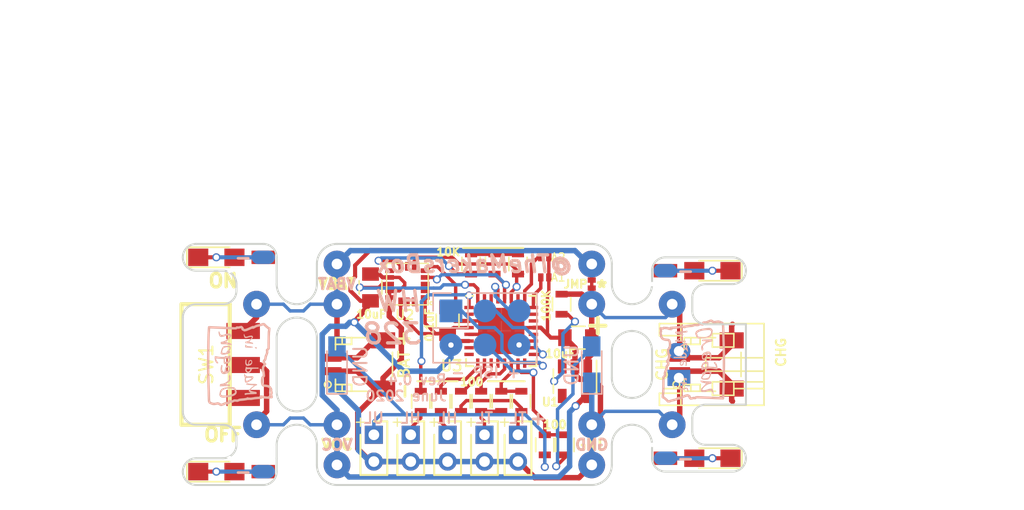
<source format=kicad_pcb>
(kicad_pcb (version 4) (host pcbnew 4.0.6)
  (title_block (title "Beetje 32U4 Blok") (date 2018-08-10) (rev 0.0) (company www.MakersBox.us) (comment 1 648.ken@gmail.com))
  (layers (0 F.Cu signal) (31 B.Cu signal) (34 B.Paste user) (35 F.Paste user) (36 B.SilkS user) (37 F.SilkS user) (38 B.Mask user) (39 F.Mask user) (44 Edge.Cuts user))
  (net 0 "")
  (net 1 GND)
  (net 2 "Net-(D4-Pad2)")
  (net 3 "Net-(D5-Pad2)")
  (net 4 "Net-(J6-Pad1)")
  (net 5 "Net-(J1-Pad1)")
  (net 6 "Net-(J7-Pad1)")
  (net 7 "Net-(J8-Pad1)")
  (net 8 "Net-(SW1-Pad3)")
  (net 9 VCC)
  (net 10 /D5)
  (net 11 /D6)
  (net 12 /RESET)
  (net 13 /D7)
  (net 14 /D8)
  (net 15 /SCK)
  (net 16 +BATT)
  (net 17 /MISO)
  (net 18 /MOSI)
  (net 19 "Net-(R1-Pad2)")
  (net 20 "Net-(R2-Pad1)")
  (net 21 /SDA)
  (net 22 /SCL)
  (net 23 /D10)
  (net 24 "Net-(U1-Pad4)")
  (net 25 "Net-(U2-Pad3)")
  (net 26 /D2)
  (net 27 "Net-(U2-Pad2)")
  (net 28 "Net-(U2-Pad9)")
  (net 29 "Net-(U2-Pad7)")
  (net 30 "Net-(U2-Pad15)")
  (net 31 "Net-(U2-Pad16)")
  (net 32 /D3)
  (net 33 /D4)
  (net 34 "Net-(U3-Pad7)")
  (net 35 "Net-(U3-Pad8)")
  (net 36 /D9)
  (net 37 "Net-(U3-Pad18)")
  (net 38 "Net-(U3-Pad19)")
  (net 39 "Net-(U3-Pad20)")
  (net 40 "Net-(U3-Pad22)")
  (net 41 /A0)
  (net 42 /A1)
  (net 43 /A2)
  (net 44 /A3)
  (net 45 /D0)
  (net 46 /D1)
  (net 47 "Net-(D1-Pad1)")
  (net 48 "Net-(D1-Pad2)")
  (net 49 "Net-(D2-Pad1)")
  (net 50 "Net-(D2-Pad2)")
  (net 51 "Net-(D3-Pad1)")
  (net 52 "Net-(D3-Pad2)")
  (net 53 "Net-(D6-Pad1)")
  (net 54 "Net-(D6-Pad2)")
  (module footprints:MOUSEBITE (layer F.Cu) (at 131.5 97)
    (fp_text reference REF** hide)
    (fp_text value 1pin)
    (pad "" np_thru_hole circle (at -1.016 0) (size 0.3302 0.3302) (drill 0.3302) (layers *.Cu *.Mask))
    (pad "" np_thru_hole circle (at 1.016 0) (size 0.3302 0.3302) (drill 0.3302) (layers *.Cu *.Mask))
    (pad "" np_thru_hole circle (at 0 0) (size 0.3302 0.3302) (drill 0.3302) (layers *.Cu *.Mask))
  )
  (module footprints:JST_PH_S2B-PH-K_02x2.00mm_Angled (layer F.Cu) (at 163 104 90)
    (fp_text reference J22 hide)
    (fp_text value CHG (at 1.905 7.62 90) (layer F.SilkS) (effects (font (size 0.7 0.7))))
    (pad 1 thru_hole rect (at 0 0 90) (size 1.2 1.7) (drill 0.75) (layers *.Cu *.Mask) (net 1 GND))
    (pad 2 thru_hole oval (at 2 0 90) (size 1.2 1.7) (drill 0.75) (layers *.Cu *.Mask) (net 16 +BATT))
  )
  (module footprints:PIN_HEADER_LED (layer F.Cu) (at 151 108.25)
    (fp_text reference J7 hide)
    (fp_text value TL (at 0 -1.25) (layer B.SilkS) (effects (font (size 0.8 0.8)) (justify mirror)))
    (fp_text user + (at -1 -1) (layer F.SilkS) (effects (font (size 0.8 0.8) (thickness 0.1))))
    (pad 1 thru_hole rect (at 0 0) (size 1.35 1.35) (drill 0.8) (layers *.Cu *.Mask) (net 6 "Net-(J7-Pad1)"))
    (pad 2 thru_hole oval (at 0 2) (size 1.35 1.35) (drill 0.8) (layers *.Cu *.Mask) (net 1 GND))
  )
  (module footprints:MadeInOregonRev25 (layer F.Cu) (at 164 102.75 90)
    (fp_text reference VAL hide)
    (fp_text value MadeInOregonRev25 hide)
  )
  (module footprints:PIN_HEADER_LED (layer F.Cu) (at 145.75 108.25)
    (fp_text reference J6 hide)
    (fp_text value HL (at 0 -1.25) (layer B.SilkS) (effects (font (size 0.8 0.8)) (justify mirror)))
    (fp_text user + (at -1 -1) (layer F.SilkS) (effects (font (size 0.8 0.8) (thickness 0.1))))
    (pad 1 thru_hole rect (at 0 0) (size 1.35 1.35) (drill 0.8) (layers *.Cu *.Mask) (net 4 "Net-(J6-Pad1)"))
    (pad 2 thru_hole oval (at 0 2) (size 1.35 1.35) (drill 0.8) (layers *.Cu *.Mask) (net 1 GND))
  )
  (module footprints:Pin_Header_Straight_2x03_Pitch2.54mm (layer B.Cu) (at 146 99 270)
    (fp_text reference CON1 hide)
    (fp_text value AVR-ISP-6)
    (pad 1 smd rect (at 0 0 270) (size 1.7 1.7) (layers B.Cu B.Paste B.Mask) (net 17 /MISO))
    (pad 2 smd oval (at 2.54 0 270) (size 1.7 1.7) (layers B.Cu B.Paste B.Mask) (net 9 VCC))
    (pad 3 smd oval (at 0 -2.54 270) (size 1.7 1.7) (layers B.Cu B.Paste B.Mask) (net 15 /SCK))
    (pad 4 smd oval (at 2.54 -2.54 270) (size 1.7 1.7) (layers B.Cu B.Paste B.Mask) (net 18 /MOSI))
    (pad 5 smd oval (at 0 -5.08 270) (size 1.7 1.7) (layers B.Cu B.Paste B.Mask) (net 12 /RESET))
    (pad 6 smd oval (at 2.54 -5.08 270) (size 1.7 1.7) (layers B.Cu B.Paste B.Mask) (net 1 GND))
  )
  (module footprints:SPST_SMD (layer F.Cu) (at 130.5 103 270)
    (fp_text reference SW1 (at 0 2.75 270) (layer F.SilkS))
    (fp_text value SW_SPDT)
    (pad "" np_thru_hole circle (at 3.4 2.75 270) (size 0.9 0.9) (drill 0.9) (layers *.Cu *.Mask))
    (pad 1 smd rect (at -2.5 0 270) (size 1.2 2.5) (layers F.Cu F.Paste F.Mask) (net 16 +BATT))
    (pad 2 smd rect (at 0.04 0 270) (size 1.2 2.5) (layers F.Cu F.Paste F.Mask) (net 9 VCC))
    (pad 3 smd rect (at 2.5 0 270) (size 1.2 2.5) (layers F.Cu F.Paste F.Mask) (net 8 "Net-(SW1-Pad3)"))
    (pad "" np_thru_hole circle (at -3.4 2.75 270) (size 0.9 0.9) (drill 0.9) (layers *.Cu *.Mask))
  )
  (module footprints:LED_0805_HandSoldering (layer B.Cu) (at 137.5 103 90)
    (fp_text reference D4 hide)
    (fp_text value UND (at -0.15 1.75 90) (layer B.SilkS) (effects (justify mirror)))
    (pad 1 smd rect (at -1.35 0 90) (size 1.5 1.3) (layers B.Cu B.Paste B.Mask) (net 1 GND))
    (pad 2 smd rect (at 1.35 0 90) (size 1.5 1.3) (layers B.Cu B.Paste B.Mask) (net 2 "Net-(D4-Pad2)"))
  )
  (module footprints:LED_0805_HandSoldering (layer B.Cu) (at 156.5 103 90)
    (fp_text reference D5 hide)
    (fp_text value UND (at -0.05 -1.5 90) (layer B.SilkS) (effects (justify mirror)))
    (pad 1 smd rect (at -1.35 0 90) (size 1.5 1.3) (layers B.Cu B.Paste B.Mask) (net 1 GND))
    (pad 2 smd rect (at 1.35 0 90) (size 1.5 1.3) (layers B.Cu B.Paste B.Mask) (net 3 "Net-(D5-Pad2)"))
  )
  (module footprints:R_0603 (layer F.Cu) (at 143.75 105.75 270)
    (fp_text reference R6 hide)
    (fp_text value 100 hide)
    (pad 1 smd rect (at -0.75 0 270) (size 0.5 0.9) (layers F.Cu F.Paste F.Mask) (net 32 /D3))
    (pad 2 smd rect (at 0.75 0 270) (size 0.5 0.9) (layers F.Cu F.Paste F.Mask) (net 5 "Net-(J1-Pad1)"))
  )
  (module footprints:R_0603 (layer F.Cu) (at 146.75 105.75 270)
    (fp_text reference R8 hide)
    (fp_text value 100 hide)
    (pad 1 smd rect (at -0.75 0 270) (size 0.5 0.9) (layers F.Cu F.Paste F.Mask) (net 11 /D6))
    (pad 2 smd rect (at 0.75 0 270) (size 0.5 0.9) (layers F.Cu F.Paste F.Mask) (net 6 "Net-(J7-Pad1)"))
  )
  (module footprints:R_0603 (layer F.Cu) (at 145.25 105.75 270)
    (fp_text reference R7 hide)
    (fp_text value 100 hide)
    (pad 1 smd rect (at -0.75 0 270) (size 0.5 0.9) (layers F.Cu F.Paste F.Mask) (net 10 /D5))
    (pad 2 smd rect (at 0.75 0 270) (size 0.5 0.9) (layers F.Cu F.Paste F.Mask) (net 4 "Net-(J6-Pad1)"))
  )
  (module footprints:R_0603 (layer F.Cu) (at 148.25 105.75 270)
    (fp_text reference R9 hide)
    (fp_text value 100 (at -1.45 0.7 360) (layer F.SilkS) (effects (font (size 0.6 0.6))))
    (pad 1 smd rect (at -0.75 0 270) (size 0.5 0.9) (layers F.Cu F.Paste F.Mask) (net 36 /D9))
    (pad 2 smd rect (at 0.75 0 270) (size 0.5 0.9) (layers F.Cu F.Paste F.Mask) (net 7 "Net-(J8-Pad1)"))
  )
  (module footprints:R_0603 (layer F.Cu) (at 153 109 270)
    (fp_text reference R11 hide)
    (fp_text value 100 (at -1.5 -0.75 360) (layer F.SilkS) (effects (font (size 0.6 0.6))))
    (pad 1 smd rect (at -0.75 0 270) (size 0.5 0.9) (layers F.Cu F.Paste F.Mask) (net 18 /MOSI))
    (pad 2 smd rect (at 0.75 0 270) (size 0.5 0.9) (layers F.Cu F.Paste F.Mask) (net 2 "Net-(D4-Pad2)"))
  )
  (module footprints:R_0603 (layer F.Cu) (at 154.5 109 270)
    (fp_text reference R12 hide)
    (fp_text value 100 hide)
    (pad 1 smd rect (at -0.75 0 270) (size 0.5 0.9) (layers F.Cu F.Paste F.Mask) (net 18 /MOSI))
    (pad 2 smd rect (at 0.75 0 270) (size 0.5 0.9) (layers F.Cu F.Paste F.Mask) (net 3 "Net-(D5-Pad2)"))
  )
  (module footprints:Jumper (layer F.Cu) (at 156.5 97 90)
    (fp_text reference JP1 hide)
    (fp_text value JMP (at 0 -1.2 180) (layer F.SilkS) (effects (font (size 0.6 0.6))))
    (pad 1 smd rect (at -0.3 0 90) (size 0.4 0.6) (layers F.Cu F.Paste F.Mask) (net 16 +BATT))
    (pad 2 smd rect (at 0.3 0 90) (size 0.4 0.6) (layers F.Cu F.Paste F.Mask) (net 16 +BATT))
  )
  (module footprints:C_0805 (layer F.Cu) (at 155.5 101 180)
    (fp_text reference C2 hide)
    (fp_text value 10uF (at 1.35 -1.2 180) (layer F.SilkS) (effects (font (size 0.6 0.6))))
    (pad 1 smd rect (at -1 0 180) (size 1 1.25) (layers F.Cu F.Paste F.Mask) (net 16 +BATT))
    (pad 2 smd rect (at 1 0 180) (size 1 1.25) (layers F.Cu F.Paste F.Mask) (net 1 GND))
  )
  (module footprints:C_0805 (layer F.Cu) (at 140 97.25 90)
    (fp_text reference C3 hide)
    (fp_text value 10uF (at -2 0.05 180) (layer F.SilkS) (effects (font (size 0.6 0.6))))
    (pad 1 smd rect (at -1 0 90) (size 1 1.25) (layers F.Cu F.Paste F.Mask) (net 9 VCC))
    (pad 2 smd rect (at 1 0 90) (size 1 1.25) (layers F.Cu F.Paste F.Mask) (net 1 GND))
  )
  (module footprints:R_0603 (layer F.Cu) (at 151.25 105.75 270)
    (fp_text reference R5 hide)
    (fp_text value 100 hide)
    (pad 1 smd rect (at -0.75 0 270) (size 0.5 0.9) (layers F.Cu F.Paste F.Mask) (net 23 /D10))
    (pad 2 smd rect (at 0.75 0 270) (size 0.5 0.9) (layers F.Cu F.Paste F.Mask) (net 6 "Net-(J7-Pad1)"))
  )
  (module footprints:R_0603 (layer F.Cu) (at 149.75 105.75 270)
    (fp_text reference R10 hide)
    (fp_text value 100 hide)
    (pad 1 smd rect (at -0.75 0 270) (size 0.5 0.9) (layers F.Cu F.Paste F.Mask) (net 23 /D10))
    (pad 2 smd rect (at 0.75 0 270) (size 0.5 0.9) (layers F.Cu F.Paste F.Mask) (net 7 "Net-(J8-Pad1)"))
  )
  (module footprints:LIS3DH_EP (layer F.Cu) (at 142.75 97 180)
    (fp_text reference U2 (at 0.2 -2.3 360) (layer F.SilkS) (effects (font (size 0.7 0.7) (thickness 0.125))))
    (fp_text value LIS3DH)
    (pad 3 smd rect (at -1.325 0 180) (size 0.65 0.35) (layers F.Cu F.Paste F.Mask) (net 25 "Net-(U2-Pad3)"))
    (pad 11 smd rect (at 1.325 0 180) (size 0.65 0.35) (layers F.Cu F.Paste F.Mask) (net 26 /D2))
    (pad 2 smd rect (at -1.325 -0.5 180) (size 0.65 0.35) (layers F.Cu F.Paste F.Mask) (net 27 "Net-(U2-Pad2)"))
    (pad 12 smd rect (at 1.325 -0.5 180) (size 0.65 0.35) (layers F.Cu F.Paste F.Mask) (net 1 GND))
    (pad 1 smd rect (at -1.325 -1 180) (size 0.65 0.35) (layers F.Cu F.Paste F.Mask) (net 9 VCC))
    (pad 13 smd rect (at 1.325 -1 180) (size 0.65 0.35) (layers F.Cu F.Paste F.Mask) (net 1 GND))
    (pad 9 smd rect (at 1.325 1 180) (size 0.65 0.35) (layers F.Cu F.Paste F.Mask) (net 28 "Net-(U2-Pad9)"))
    (pad 10 smd rect (at 1.325 0.5 180) (size 0.65 0.35) (layers F.Cu F.Paste F.Mask) (net 1 GND))
    (pad 7 smd rect (at 0 1.325 270) (size 0.65 0.35) (layers F.Cu F.Paste F.Mask) (net 29 "Net-(U2-Pad7)"))
    (pad 4 smd rect (at -1.325 0.5 180) (size 0.65 0.35) (layers F.Cu F.Paste F.Mask) (net 22 /SCL))
    (pad 5 smd rect (at -1.325 1 180) (size 0.65 0.35) (layers F.Cu F.Paste F.Mask) (net 1 GND))
    (pad 8 smd rect (at 0.5 1.325 270) (size 0.65 0.35) (layers F.Cu F.Paste F.Mask) (net 20 "Net-(R2-Pad1)"))
    (pad 6 smd rect (at -0.5 1.325 270) (size 0.65 0.35) (layers F.Cu F.Paste F.Mask) (net 21 /SDA))
    (pad 15 smd rect (at 0 -1.325 270) (size 0.65 0.35) (layers F.Cu F.Paste F.Mask) (net 30 "Net-(U2-Pad15)"))
    (pad 14 smd rect (at 0.5 -1.325 270) (size 0.65 0.35) (layers F.Cu F.Paste F.Mask) (net 9 VCC))
    (pad 16 smd rect (at -0.5 -1.325 270) (size 0.65 0.35) (layers F.Cu F.Paste F.Mask) (net 31 "Net-(U2-Pad16)"))
  )
  (module footprints:R_0603 (layer F.Cu) (at 149.25 95.5 90)
    (fp_text reference R4 hide)
    (fp_text value 10K (at 0.9 -3.45 360) (layer F.SilkS) (effects (font (size 0.6 0.6))))
    (pad 1 smd rect (at -0.75 0 90) (size 0.5 0.9) (layers F.Cu F.Paste F.Mask) (net 22 /SCL))
    (pad 2 smd rect (at 0.75 0 90) (size 0.5 0.9) (layers F.Cu F.Paste F.Mask) (net 9 VCC))
  )
  (module footprints:R_0603 (layer F.Cu) (at 151 95.5 90)
    (fp_text reference R3 hide)
    (fp_text value 10K hide)
    (pad 1 smd rect (at -0.75 0 90) (size 0.5 0.9) (layers F.Cu F.Paste F.Mask) (net 21 /SDA))
    (pad 2 smd rect (at 0.75 0 90) (size 0.5 0.9) (layers F.Cu F.Paste F.Mask) (net 9 VCC))
  )
  (module footprints:R_0603 (layer F.Cu) (at 147.5 95.5 90)
    (fp_text reference R2 hide)
    (fp_text value 10K hide)
    (pad 1 smd rect (at -0.75 0 90) (size 0.5 0.9) (layers F.Cu F.Paste F.Mask) (net 20 "Net-(R2-Pad1)"))
    (pad 2 smd rect (at 0.75 0 90) (size 0.5 0.9) (layers F.Cu F.Paste F.Mask) (net 9 VCC))
  )
  (module footprints:R_0603 (layer F.Cu) (at 154.25 98.5 270)
    (fp_text reference R1 hide)
    (fp_text value 100K (at 0.1 1.15 270) (layer F.SilkS) (effects (font (size 0.6 0.6))))
    (pad 1 smd rect (at -0.75 0 270) (size 0.5 0.9) (layers F.Cu F.Paste F.Mask) (net 16 +BATT))
    (pad 2 smd rect (at 0.75 0 270) (size 0.5 0.9) (layers F.Cu F.Paste F.Mask) (net 19 "Net-(R1-Pad2)"))
  )
  (module footprints:MadeInOregonRev25 (layer F.Cu) (at 130.25 103 270)
    (fp_text reference VAL hide)
    (fp_text value MadeInOregonRev25 hide)
  )
  (module footprints:PIN_HEADER_LED (layer F.Cu) (at 148.5 108.25)
    (fp_text reference J8 hide)
    (fp_text value TL (at 0 -1.25) (layer B.SilkS) (effects (font (size 0.8 0.8)) (justify mirror)))
    (fp_text user + (at -1 -1) (layer F.SilkS) (effects (font (size 0.8 0.8) (thickness 0.1))))
    (pad 1 thru_hole rect (at 0 0) (size 1.35 1.35) (drill 0.8) (layers *.Cu *.Mask) (net 7 "Net-(J8-Pad1)"))
    (pad 2 thru_hole oval (at 0 2) (size 1.35 1.35) (drill 0.8) (layers *.Cu *.Mask) (net 1 GND))
  )
  (module footprints:PIN_HEADER_LED (layer F.Cu) (at 143 108.25)
    (fp_text reference J1 hide)
    (fp_text value HL (at 0 -1.25) (layer B.SilkS) (effects (font (size 0.8 0.8)) (justify mirror)))
    (fp_text user + (at -1 -1) (layer F.SilkS) (effects (font (size 0.8 0.8) (thickness 0.1))))
    (pad 1 thru_hole rect (at 0 0) (size 1.35 1.35) (drill 0.8) (layers *.Cu *.Mask) (net 5 "Net-(J1-Pad1)"))
    (pad 2 thru_hole oval (at 0 2) (size 1.35 1.35) (drill 0.8) (layers *.Cu *.Mask) (net 1 GND))
  )
  (module footprints:SolderWirePad_single_0-8mmDrill (layer F.Cu) (at 137.5 107.5)
    (fp_text reference J59 hide)
    (fp_text value Conn)
    (pad 1 thru_hole circle (at 0 0) (size 1.99898 1.99898) (drill 0.8001) (layers *.Cu *.Mask) (net 9 VCC))
  )
  (module footprints:SolderWirePad_single_0-8mmDrill (layer F.Cu) (at 131.5 107.5)
    (fp_text reference J57 hide)
    (fp_text value Conn)
    (pad 1 thru_hole circle (at 0 0) (size 1.99898 1.99898) (drill 0.8001) (layers *.Cu *.Mask) (net 9 VCC))
  )
  (module footprints:SolderWirePad_single_0-8mmDrill (layer F.Cu) (at 156.5 107.5)
    (fp_text reference J49 hide)
    (fp_text value Conn)
    (pad 1 thru_hole circle (at 0 0) (size 1.99898 1.99898) (drill 0.8001) (layers *.Cu *.Mask) (net 1 GND))
  )
  (module footprints:SolderWirePad_single_0-8mmDrill (layer F.Cu) (at 156.5 98.5)
    (fp_text reference J48 hide)
    (fp_text value Conn)
    (pad 1 thru_hole circle (at 0 0) (size 1.99898 1.99898) (drill 0.8001) (layers *.Cu *.Mask) (net 16 +BATT))
  )
  (module footprints:SolderWirePad_single_0-8mmDrill (layer F.Cu) (at 162.5 107.5)
    (fp_text reference J47 hide)
    (fp_text value Conn)
    (pad 1 thru_hole circle (at 0 0) (size 1.99898 1.99898) (drill 0.8001) (layers *.Cu *.Mask) (net 1 GND))
  )
  (module footprints:SolderWirePad_single_0-8mmDrill (layer F.Cu) (at 162.5 98.5)
    (fp_text reference J46 hide)
    (fp_text value Conn)
    (pad 1 thru_hole circle (at 0 0) (size 1.99898 1.99898) (drill 0.8001) (layers *.Cu *.Mask) (net 16 +BATT))
  )
  (module footprints:SolderWirePad_single_0-8mmDrill (layer F.Cu) (at 131.5 98.5)
    (fp_text reference J56 hide)
    (fp_text value Conn)
    (pad 1 thru_hole circle (at 0 0) (size 1.99898 1.99898) (drill 0.8001) (layers *.Cu *.Mask) (net 16 +BATT))
  )
  (module footprints:SolderWirePad_single_0-8mmDrill (layer F.Cu) (at 156.5 95.5)
    (fp_text reference J44 hide)
    (fp_text value Conn)
    (pad 1 thru_hole circle (at 0 0) (size 1.99898 1.99898) (drill 0.8001) (layers *.Cu *.Mask) (net 16 +BATT))
  )
  (module footprints:SolderWirePad_single_0-8mmDrill (layer F.Cu) (at 156.5 110.5)
    (fp_text reference J45 hide)
    (fp_text value Conn)
    (pad 1 thru_hole circle (at 0 0) (size 1.99898 1.99898) (drill 0.8001) (layers *.Cu *.Mask) (net 1 GND))
  )
  (module footprints:SolderWirePad_single_0-8mmDrill (layer F.Cu) (at 137.5 110.5)
    (fp_text reference J55 hide)
    (fp_text value Conn)
    (pad 1 thru_hole circle (at 0 0) (size 1.99898 1.99898) (drill 0.8001) (layers *.Cu *.Mask) (net 9 VCC))
  )
  (module footprints:SolderWirePad_single_0-8mmDrill (layer F.Cu) (at 137.5 98.5)
    (fp_text reference J58 hide)
    (fp_text value Conn)
    (pad 1 thru_hole circle (at 0 0) (size 1.99898 1.99898) (drill 0.8001) (layers *.Cu *.Mask) (net 16 +BATT))
  )
  (module footprints:SolderWirePad_single_0-8mmDrill (layer F.Cu) (at 137.5 95.5)
    (fp_text reference J54 hide)
    (fp_text value Conn)
    (pad 1 thru_hole circle (at 0 0) (size 1.99898 1.99898) (drill 0.8001) (layers *.Cu *.Mask) (net 16 +BATT))
  )
  (module footprints:SOT-23-5 (layer F.Cu) (at 155.25 104.25 270)
    (fp_text reference U1 (at 1.55 1.85 360) (layer F.SilkS) (effects (font (size 0.6 0.6))))
    (fp_text value MIC5225-3.3)
    (pad 1 smd rect (at -1.1 -0.95 270) (size 1.06 0.65) (layers F.Cu F.Paste F.Mask) (net 16 +BATT))
    (pad 2 smd rect (at -1.1 0 270) (size 1.06 0.65) (layers F.Cu F.Paste F.Mask) (net 1 GND))
    (pad 3 smd rect (at -1.1 0.95 270) (size 1.06 0.65) (layers F.Cu F.Paste F.Mask) (net 19 "Net-(R1-Pad2)"))
    (pad 4 smd rect (at 1.1 0.95 270) (size 1.06 0.65) (layers F.Cu F.Paste F.Mask) (net 24 "Net-(U1-Pad4)"))
    (pad 5 smd rect (at 1.1 -0.95 270) (size 1.06 0.65) (layers F.Cu F.Paste F.Mask) (net 9 VCC))
  )
  (module footprints:QFN-32-1EP_5x5mm_Pitch0.5mm (layer F.Cu) (at 149.75 100.5)
    (fp_text reference U3 (at -3.7 2.6 180) (layer F.SilkS) (effects (font (size 0.8 0.8))))
    (fp_text value ATMEGA328-MU)
    (pad 1 smd rect (at -2.4 -1.75) (size 0.7 0.25) (layers F.Cu F.Paste F.Mask) (net 32 /D3))
    (pad 2 smd rect (at -2.4 -1.25) (size 0.7 0.25) (layers F.Cu F.Paste F.Mask) (net 33 /D4))
    (pad 3 smd rect (at -2.4 -0.75) (size 0.7 0.25) (layers F.Cu F.Paste F.Mask) (net 1 GND))
    (pad 4 smd rect (at -2.4 -0.25) (size 0.7 0.25) (layers F.Cu F.Paste F.Mask) (net 9 VCC))
    (pad 5 smd rect (at -2.4 0.25) (size 0.7 0.25) (layers F.Cu F.Paste F.Mask) (net 1 GND))
    (pad 6 smd rect (at -2.4 0.75) (size 0.7 0.25) (layers F.Cu F.Paste F.Mask) (net 9 VCC))
    (pad 7 smd rect (at -2.4 1.25) (size 0.7 0.25) (layers F.Cu F.Paste F.Mask) (net 34 "Net-(U3-Pad7)"))
    (pad 8 smd rect (at -2.4 1.75) (size 0.7 0.25) (layers F.Cu F.Paste F.Mask) (net 35 "Net-(U3-Pad8)"))
    (pad 9 smd rect (at -1.75 2.4 90) (size 0.7 0.25) (layers F.Cu F.Paste F.Mask) (net 10 /D5))
    (pad 10 smd rect (at -1.25 2.4 90) (size 0.7 0.25) (layers F.Cu F.Paste F.Mask) (net 11 /D6))
    (pad 11 smd rect (at -0.75 2.4 90) (size 0.7 0.25) (layers F.Cu F.Paste F.Mask) (net 13 /D7))
    (pad 12 smd rect (at -0.25 2.4 90) (size 0.7 0.25) (layers F.Cu F.Paste F.Mask) (net 14 /D8))
    (pad 13 smd rect (at 0.25 2.4 90) (size 0.7 0.25) (layers F.Cu F.Paste F.Mask) (net 36 /D9))
    (pad 14 smd rect (at 0.75 2.4 90) (size 0.7 0.25) (layers F.Cu F.Paste F.Mask) (net 23 /D10))
    (pad 15 smd rect (at 1.25 2.4 90) (size 0.7 0.25) (layers F.Cu F.Paste F.Mask) (net 18 /MOSI))
    (pad 16 smd rect (at 1.75 2.4 90) (size 0.7 0.25) (layers F.Cu F.Paste F.Mask) (net 17 /MISO))
    (pad 17 smd rect (at 2.4 1.75) (size 0.7 0.25) (layers F.Cu F.Paste F.Mask) (net 15 /SCK))
    (pad 18 smd rect (at 2.4 1.25) (size 0.7 0.25) (layers F.Cu F.Paste F.Mask) (net 37 "Net-(U3-Pad18)"))
    (pad 19 smd rect (at 2.4 0.75) (size 0.7 0.25) (layers F.Cu F.Paste F.Mask) (net 38 "Net-(U3-Pad19)"))
    (pad 20 smd rect (at 2.4 0.25) (size 0.7 0.25) (layers F.Cu F.Paste F.Mask) (net 39 "Net-(U3-Pad20)"))
    (pad 21 smd rect (at 2.4 -0.25) (size 0.7 0.25) (layers F.Cu F.Paste F.Mask) (net 1 GND))
    (pad 22 smd rect (at 2.4 -0.75) (size 0.7 0.25) (layers F.Cu F.Paste F.Mask) (net 40 "Net-(U3-Pad22)"))
    (pad 23 smd rect (at 2.4 -1.25) (size 0.7 0.25) (layers F.Cu F.Paste F.Mask) (net 41 /A0))
    (pad 24 smd rect (at 2.4 -1.75) (size 0.7 0.25) (layers F.Cu F.Paste F.Mask) (net 42 /A1))
    (pad 25 smd rect (at 1.75 -2.4 90) (size 0.7 0.25) (layers F.Cu F.Paste F.Mask) (net 43 /A2))
    (pad 26 smd rect (at 1.25 -2.4 90) (size 0.7 0.25) (layers F.Cu F.Paste F.Mask) (net 44 /A3))
    (pad 27 smd rect (at 0.75 -2.4 90) (size 0.7 0.25) (layers F.Cu F.Paste F.Mask) (net 21 /SDA))
    (pad 28 smd rect (at 0.25 -2.4 90) (size 0.7 0.25) (layers F.Cu F.Paste F.Mask) (net 22 /SCL))
    (pad 29 smd rect (at -0.25 -2.4 90) (size 0.7 0.25) (layers F.Cu F.Paste F.Mask) (net 12 /RESET))
    (pad 30 smd rect (at -0.75 -2.4 90) (size 0.7 0.25) (layers F.Cu F.Paste F.Mask) (net 45 /D0))
    (pad 31 smd rect (at -1.25 -2.4 90) (size 0.7 0.25) (layers F.Cu F.Paste F.Mask) (net 46 /D1))
    (pad 32 smd rect (at -1.75 -2.4 90) (size 0.7 0.25) (layers F.Cu F.Paste F.Mask) (net 26 /D2))
    (pad 3 smd rect (at 0.8625 0.8625) (size 1.725 1.725) (layers F.Cu F.Paste F.Mask) (net 1 GND))
    (pad 3 smd rect (at 0.8625 -0.8625) (size 1.725 1.725) (layers F.Cu F.Paste F.Mask) (net 1 GND))
    (pad 3 smd rect (at -0.8625 0.8625) (size 1.725 1.725) (layers F.Cu F.Paste F.Mask) (net 1 GND))
    (pad 3 smd rect (at -0.8625 -0.8625) (size 1.725 1.725) (layers F.Cu F.Paste F.Mask) (net 1 GND))
  )
  (module footprints:JST_SH_SM02B-SRSS-TB_02x1.00mm_Angled (layer F.Cu) (at 165 103 90)
    (fp_text reference J2 hide)
    (fp_text value CHG (at 0 -3.25 90) (layer F.SilkS) (effects (font (size 0.8 0.8))))
    (pad 1 smd rect (at -0.5 -1.9375 90) (size 0.6 1.55) (layers F.Cu F.Paste F.Mask) (net 1 GND))
    (pad 2 smd rect (at 0.5 -1.9375 90) (size 0.6 1.55) (layers F.Cu F.Paste F.Mask) (net 16 +BATT))
    (pad 1 smd rect (at -1.8 1.9375 90) (size 1.2 1.8) (layers F.Cu F.Paste F.Mask) (net 1 GND))
    (pad 2 smd rect (at 1.8 1.9375 90) (size 1.2 1.8) (layers F.Cu F.Paste F.Mask) (net 16 +BATT))
  )
  (module footprints:JST_SH_SM02B-SRSS-TB_02x1.00mm_Angled (layer F.Cu) (at 139 103 90)
    (fp_text reference J3 hide)
    (fp_text value BAT (at 0 3.5 90) (layer F.SilkS) (effects (font (size 0.8 0.8))))
    (pad 1 smd rect (at -0.5 -1.9375 90) (size 0.6 1.55) (layers F.Cu F.Paste F.Mask) (net 1 GND))
    (pad 2 smd rect (at 0.5 -1.9375 90) (size 0.6 1.55) (layers F.Cu F.Paste F.Mask) (net 16 +BATT))
    (pad 1 smd rect (at -1.8 1.9375 90) (size 1.2 1.8) (layers F.Cu F.Paste F.Mask) (net 1 GND))
    (pad 2 smd rect (at 1.8 1.9375 90) (size 1.2 1.8) (layers F.Cu F.Paste F.Mask) (net 16 +BATT))
  )
  (module footprints:C_0805 (layer F.Cu) (at 145.75 99.75 90)
    (fp_text reference C1 hide)
    (fp_text value 0.1uF (at -0.3 -1.35 90) (layer F.SilkS) (effects (font (size 0.6 0.6))))
    (pad 1 smd rect (at -1 0 90) (size 1 1.25) (layers F.Cu F.Paste F.Mask) (net 9 VCC))
    (pad 2 smd rect (at 1 0 90) (size 1 1.25) (layers F.Cu F.Paste F.Mask) (net 1 GND))
  )
  (module footprints:LED_0805_HandSoldering (layer F.Cu) (at 128.5 111)
    (fp_text reference D1 hide)
    (fp_text value LED hide)
    (pad 1 smd rect (at -1.35 0) (size 1.5 1.3) (layers F.Cu F.Paste F.Mask) (net 47 "Net-(D1-Pad1)"))
    (pad 2 smd rect (at 1.35 0) (size 1.5 1.3) (layers F.Cu F.Paste F.Mask) (net 48 "Net-(D1-Pad2)"))
  )
  (module footprints:LED_0805_HandSoldering (layer F.Cu) (at 165.5 110 180)
    (fp_text reference D2 hide)
    (fp_text value LED hide)
    (pad 1 smd rect (at -1.35 0 180) (size 1.5 1.3) (layers F.Cu F.Paste F.Mask) (net 49 "Net-(D2-Pad1)"))
    (pad 2 smd rect (at 1.35 0 180) (size 1.5 1.3) (layers F.Cu F.Paste F.Mask) (net 50 "Net-(D2-Pad2)"))
  )
  (module footprints:LED_0805_HandSoldering (layer F.Cu) (at 128.5 95)
    (fp_text reference D3 hide)
    (fp_text value LED hide)
    (pad 1 smd rect (at -1.35 0) (size 1.5 1.3) (layers F.Cu F.Paste F.Mask) (net 51 "Net-(D3-Pad1)"))
    (pad 2 smd rect (at 1.35 0) (size 1.5 1.3) (layers F.Cu F.Paste F.Mask) (net 52 "Net-(D3-Pad2)"))
  )
  (module footprints:LED_0805_HandSoldering (layer F.Cu) (at 165.5 96 180)
    (fp_text reference D6 hide)
    (fp_text value LED hide)
    (pad 1 smd rect (at -1.35 0 180) (size 1.5 1.3) (layers F.Cu F.Paste F.Mask) (net 53 "Net-(D6-Pad1)"))
    (pad 2 smd rect (at 1.35 0 180) (size 1.5 1.3) (layers F.Cu F.Paste F.Mask) (net 54 "Net-(D6-Pad2)"))
  )
  (module footprints:LED_PADS (layer F.Cu) (at 132 111)
    (fp_text reference J4 hide)
    (fp_text value LED)
    (pad 1 smd rect (at 0 0) (size 1.75 1) (layers F.Cu F.Paste F.Mask) (net 48 "Net-(D1-Pad2)"))
    (pad 2 smd oval (at 0 0) (size 1.75 1) (layers B.Cu B.Paste B.Mask) (net 47 "Net-(D1-Pad1)"))
  )
  (module footprints:LED_PADS (layer F.Cu) (at 162 110)
    (fp_text reference J5 hide)
    (fp_text value LED)
    (pad 1 smd rect (at 0 0) (size 1.75 1) (layers F.Cu F.Paste F.Mask) (net 50 "Net-(D2-Pad2)"))
    (pad 2 smd oval (at 0 0) (size 1.75 1) (layers B.Cu B.Paste B.Mask) (net 49 "Net-(D2-Pad1)"))
  )
  (module footprints:LED_PADS (layer F.Cu) (at 132 95)
    (fp_text reference J9 hide)
    (fp_text value LED)
    (pad 1 smd rect (at 0 0) (size 1.75 1) (layers F.Cu F.Paste F.Mask) (net 52 "Net-(D3-Pad2)"))
    (pad 2 smd oval (at 0 0) (size 1.75 1) (layers B.Cu B.Paste B.Mask) (net 51 "Net-(D3-Pad1)"))
  )
  (module footprints:LED_PADS (layer F.Cu) (at 162 96)
    (fp_text reference J10 hide)
    (fp_text value LED)
    (pad 1 smd rect (at 0 0) (size 1.75 1) (layers F.Cu F.Paste F.Mask) (net 54 "Net-(D6-Pad2)"))
    (pad 2 smd oval (at 0 0) (size 1.75 1) (layers B.Cu B.Paste B.Mask) (net 53 "Net-(D6-Pad1)"))
  )
  (module footprints:MOUSEBITE (layer F.Cu) (at 131.5 110)
    (fp_text reference REF** hide)
    (fp_text value 1pin)
    (pad "" np_thru_hole circle (at -1.016 0) (size 0.3302 0.3302) (drill 0.3302) (layers *.Cu *.Mask))
    (pad "" np_thru_hole circle (at 1.016 0) (size 0.3302 0.3302) (drill 0.3302) (layers *.Cu *.Mask))
    (pad "" np_thru_hole circle (at 0 0) (size 0.3302 0.3302) (drill 0.3302) (layers *.Cu *.Mask))
  )
  (module footprints:MOUSEBITE (layer F.Cu) (at 131.5 109)
    (fp_text reference REF** hide)
    (fp_text value 1pin)
    (pad "" np_thru_hole circle (at -1.016 0) (size 0.3302 0.3302) (drill 0.3302) (layers *.Cu *.Mask))
    (pad "" np_thru_hole circle (at 1.016 0) (size 0.3302 0.3302) (drill 0.3302) (layers *.Cu *.Mask))
    (pad "" np_thru_hole circle (at 0 0) (size 0.3302 0.3302) (drill 0.3302) (layers *.Cu *.Mask))
  )
  (module footprints:MOUSEBITE (layer F.Cu) (at 130.5 96)
    (fp_text reference REF** hide)
    (fp_text value 1pin)
    (pad "" np_thru_hole circle (at -1.016 0) (size 0.3302 0.3302) (drill 0.3302) (layers *.Cu *.Mask))
    (pad "" np_thru_hole circle (at 1.016 0) (size 0.3302 0.3302) (drill 0.3302) (layers *.Cu *.Mask))
    (pad "" np_thru_hole circle (at 0 0) (size 0.3302 0.3302) (drill 0.3302) (layers *.Cu *.Mask))
  )
  (module footprints:MOUSEBITE (layer F.Cu) (at 163 109)
    (fp_text reference REF** hide)
    (fp_text value 1pin)
    (pad "" np_thru_hole circle (at -1.016 0) (size 0.3302 0.3302) (drill 0.3302) (layers *.Cu *.Mask))
    (pad "" np_thru_hole circle (at 1.016 0) (size 0.3302 0.3302) (drill 0.3302) (layers *.Cu *.Mask))
    (pad "" np_thru_hole circle (at 0 0) (size 0.3302 0.3302) (drill 0.3302) (layers *.Cu *.Mask))
  )
  (module footprints:MOUSEBITE (layer F.Cu) (at 163 97)
    (fp_text reference REF** hide)
    (fp_text value 1pin)
    (pad "" np_thru_hole circle (at -1.016 0) (size 0.3302 0.3302) (drill 0.3302) (layers *.Cu *.Mask))
    (pad "" np_thru_hole circle (at 1.016 0) (size 0.3302 0.3302) (drill 0.3302) (layers *.Cu *.Mask))
    (pad "" np_thru_hole circle (at 0 0) (size 0.3302 0.3302) (drill 0.3302) (layers *.Cu *.Mask))
  )
  (module footprints:MOUSEBITE (layer F.Cu) (at 161 99 90)
    (fp_text reference REF** hide)
    (fp_text value 1pin)
    (pad "" np_thru_hole circle (at -1.016 0 90) (size 0.3302 0.3302) (drill 0.3302) (layers *.Cu *.Mask))
    (pad "" np_thru_hole circle (at 1.016 0 90) (size 0.3302 0.3302) (drill 0.3302) (layers *.Cu *.Mask))
    (pad "" np_thru_hole circle (at 0 0 90) (size 0.3302 0.3302) (drill 0.3302) (layers *.Cu *.Mask))
  )
  (module footprints:MOUSEBITE (layer F.Cu) (at 158 99 90)
    (fp_text reference REF** hide)
    (fp_text value 1pin)
    (pad "" np_thru_hole circle (at -1.016 0 90) (size 0.3302 0.3302) (drill 0.3302) (layers *.Cu *.Mask))
    (pad "" np_thru_hole circle (at 1.016 0 90) (size 0.3302 0.3302) (drill 0.3302) (layers *.Cu *.Mask))
    (pad "" np_thru_hole circle (at 0 0 90) (size 0.3302 0.3302) (drill 0.3302) (layers *.Cu *.Mask))
  )
  (module footprints:MOUSEBITE (layer F.Cu) (at 161 106 90)
    (fp_text reference REF** hide)
    (fp_text value 1pin)
    (pad "" np_thru_hole circle (at -1.016 0 90) (size 0.3302 0.3302) (drill 0.3302) (layers *.Cu *.Mask))
    (pad "" np_thru_hole circle (at 1.016 0 90) (size 0.3302 0.3302) (drill 0.3302) (layers *.Cu *.Mask))
    (pad "" np_thru_hole circle (at 0 0 90) (size 0.3302 0.3302) (drill 0.3302) (layers *.Cu *.Mask))
  )
  (module footprints:MOUSEBITE (layer F.Cu) (at 158 106 90)
    (fp_text reference REF** hide)
    (fp_text value 1pin)
    (pad "" np_thru_hole circle (at -1.016 0 90) (size 0.3302 0.3302) (drill 0.3302) (layers *.Cu *.Mask))
    (pad "" np_thru_hole circle (at 1.016 0 90) (size 0.3302 0.3302) (drill 0.3302) (layers *.Cu *.Mask))
    (pad "" np_thru_hole circle (at 0 0 90) (size 0.3302 0.3302) (drill 0.3302) (layers *.Cu *.Mask))
  )
  (module footprints:MOUSEBITE (layer F.Cu) (at 136 107 90)
    (fp_text reference REF** hide)
    (fp_text value 1pin)
    (pad "" np_thru_hole circle (at -1.016 0 90) (size 0.3302 0.3302) (drill 0.3302) (layers *.Cu *.Mask))
    (pad "" np_thru_hole circle (at 1.016 0 90) (size 0.3302 0.3302) (drill 0.3302) (layers *.Cu *.Mask))
    (pad "" np_thru_hole circle (at 0 0 90) (size 0.3302 0.3302) (drill 0.3302) (layers *.Cu *.Mask))
  )
  (module footprints:MOUSEBITE (layer F.Cu) (at 133 107 90)
    (fp_text reference REF** hide)
    (fp_text value 1pin)
    (pad "" np_thru_hole circle (at -1.016 0 90) (size 0.3302 0.3302) (drill 0.3302) (layers *.Cu *.Mask))
    (pad "" np_thru_hole circle (at 1.016 0 90) (size 0.3302 0.3302) (drill 0.3302) (layers *.Cu *.Mask))
    (pad "" np_thru_hole circle (at 0 0 90) (size 0.3302 0.3302) (drill 0.3302) (layers *.Cu *.Mask))
  )
  (module footprints:MOUSEBITE (layer F.Cu) (at 136 99 90)
    (fp_text reference REF** hide)
    (fp_text value 1pin)
    (pad "" np_thru_hole circle (at -1.016 0 90) (size 0.3302 0.3302) (drill 0.3302) (layers *.Cu *.Mask))
    (pad "" np_thru_hole circle (at 1.016 0 90) (size 0.3302 0.3302) (drill 0.3302) (layers *.Cu *.Mask))
    (pad "" np_thru_hole circle (at 0 0 90) (size 0.3302 0.3302) (drill 0.3302) (layers *.Cu *.Mask))
  )
  (module footprints:MOUSEBITE (layer F.Cu) (at 133 99 90)
    (fp_text reference REF** hide)
    (fp_text value 1pin)
    (pad "" np_thru_hole circle (at -1.016 0 90) (size 0.3302 0.3302) (drill 0.3302) (layers *.Cu *.Mask))
    (pad "" np_thru_hole circle (at 1.016 0 90) (size 0.3302 0.3302) (drill 0.3302) (layers *.Cu *.Mask))
    (pad "" np_thru_hole circle (at 0 0 90) (size 0.3302 0.3302) (drill 0.3302) (layers *.Cu *.Mask))
  )
  (module footprints:MOUSEBITEx1 (layer F.Cu) (at 129.5 110)
    (fp_text reference REF** hide)
    (fp_text value 1pin)
    (pad "" np_thru_hole circle (at 0 0) (size 0.3302 0.3302) (drill 0.3302) (layers *.Cu *.Mask))
  )
  (module footprints:MOUSEBITEx1 (layer F.Cu) (at 132.5 96)
    (fp_text reference REF** hide)
    (fp_text value 1pin)
    (pad "" np_thru_hole circle (at 0 0) (size 0.3302 0.3302) (drill 0.3302) (layers *.Cu *.Mask))
  )
  (module footprints:MOUSEBITEx1 (layer F.Cu) (at 161 97)
    (fp_text reference REF** hide)
    (fp_text value 1pin)
    (pad "" np_thru_hole circle (at 0 0) (size 0.3302 0.3302) (drill 0.3302) (layers *.Cu *.Mask))
  )
  (module footprints:MOUSEBITEx1 (layer F.Cu) (at 161 109)
    (fp_text reference REF** hide)
    (fp_text value 1pin)
    (pad "" np_thru_hole circle (at 0 0) (size 0.3302 0.3302) (drill 0.3302) (layers *.Cu *.Mask))
  )
  (module footprints:MOUSEBITEx1 (layer F.Cu) (at 158 108)
    (fp_text reference REF** hide)
    (fp_text value 1pin)
    (pad "" np_thru_hole circle (at 0 0) (size 0.3302 0.3302) (drill 0.3302) (layers *.Cu *.Mask))
  )
  (module footprints:MOUSEBITEx1 (layer F.Cu) (at 161 108)
    (fp_text reference REF** hide)
    (fp_text value 1pin)
    (pad "" np_thru_hole circle (at 0 0) (size 0.3302 0.3302) (drill 0.3302) (layers *.Cu *.Mask))
  )
  (module footprints:MOUSEBITEx1 (layer F.Cu) (at 158 101)
    (fp_text reference REF** hide)
    (fp_text value 1pin)
    (pad "" np_thru_hole circle (at 0 0) (size 0.3302 0.3302) (drill 0.3302) (layers *.Cu *.Mask))
  )
  (module footprints:MOUSEBITEx1 (layer F.Cu) (at 161 101)
    (fp_text reference REF** hide)
    (fp_text value 1pin)
    (pad "" np_thru_hole circle (at 0 0) (size 0.3302 0.3302) (drill 0.3302) (layers *.Cu *.Mask))
  )
  (module footprints:Jumper (layer F.Cu) (at 153 95)
    (fp_text reference JP2 hide)
    (fp_text value A2 (at 1 0) (layer F.SilkS) (effects (font (size 0.6 0.6) (thickness 0.1))))
    (pad 1 smd rect (at -0.3 0) (size 0.4 0.6) (layers F.Cu F.Paste F.Mask) (net 43 /A2))
    (pad 2 smd rect (at 0.3 0) (size 0.4 0.6) (layers F.Cu F.Paste F.Mask) (net 1 GND))
  )
  (module footprints:Jumper (layer F.Cu) (at 153 96.5)
    (fp_text reference JP3 hide)
    (fp_text value A1 (at 1 0) (layer F.SilkS) (effects (font (size 0.6 0.6) (thickness 0.1))))
    (pad 1 smd rect (at -0.3 0) (size 0.4 0.6) (layers F.Cu F.Paste F.Mask) (net 42 /A1))
    (pad 2 smd rect (at 0.3 0) (size 0.4 0.6) (layers F.Cu F.Paste F.Mask) (net 1 GND))
  )
  (module footprints:PIN_HEADER_LED (layer F.Cu) (at 140.25 108.25)
    (fp_text reference J11 hide)
    (fp_text value UL (at 0 -1.25) (layer B.SilkS) (effects (font (size 0.8 0.8)) (justify mirror)))
    (fp_text user + (at -1 -1) (layer F.SilkS) (effects (font (size 0.8 0.8) (thickness 0.1))))
    (pad 1 thru_hole rect (at 0 0) (size 1.35 1.35) (drill 0.8) (layers *.Cu *.Mask) (net 2 "Net-(D4-Pad2)"))
    (pad 2 thru_hole oval (at 0 2) (size 1.35 1.35) (drill 0.8) (layers *.Cu *.Mask) (net 1 GND))
  )
  (gr_line (start 133 97) (end 133 96) (angle 90) (layer Edge.Cuts) (width 0.15))
  (gr_line (start 127 96) (end 129 96) (angle 90) (layer Edge.Cuts) (width 0.15))
  (gr_line (start 130 97.5) (end 130 97) (angle 90) (layer Edge.Cuts) (width 0.15))
  (gr_line (start 127 98.5) (end 129 98.5) (angle 90) (layer Edge.Cuts) (width 0.15))
  (gr_line (start 126 106.5) (end 126 99.5) (angle 90) (layer Edge.Cuts) (width 0.15))
  (gr_arc (start 129 97) (end 129 96) (angle 90) (layer Edge.Cuts) (width 0.15))
  (gr_arc (start 129 97.5) (end 130 97.5) (angle 90) (layer Edge.Cuts) (width 0.15))
  (gr_arc (start 127 99.5) (end 126 99.5) (angle 90) (layer Edge.Cuts) (width 0.15))
  (gr_line (start 130 109) (end 130 108.5) (angle 90) (layer Edge.Cuts) (width 0.15))
  (gr_line (start 133 110) (end 133 109) (angle 90) (layer Edge.Cuts) (width 0.15))
  (gr_line (start 127 110) (end 129 110) (angle 90) (layer Edge.Cuts) (width 0.15))
  (gr_line (start 127 107.5) (end 129 107.5) (angle 90) (layer Edge.Cuts) (width 0.15))
  (gr_arc (start 129 109) (end 130 109) (angle 90) (layer Edge.Cuts) (width 0.15))
  (gr_arc (start 129 108.5) (end 129 107.5) (angle 90) (layer Edge.Cuts) (width 0.15))
  (gr_arc (start 127 106.5) (end 127 107.5) (angle 90) (layer Edge.Cuts) (width 0.15))
  (gr_line (start 165 106) (end 168 106) (angle 90) (layer Edge.Cuts) (width 0.15))
  (gr_line (start 165 100) (end 168 100) (angle 90) (layer Edge.Cuts) (width 0.15))
  (gr_line (start 168 106) (end 168 100) (angle 90) (layer Edge.Cuts) (width 0.15))
  (gr_line (start 165 97) (end 167 97) (angle 90) (layer Edge.Cuts) (width 0.15))
  (gr_line (start 164 99) (end 164 98) (angle 90) (layer Edge.Cuts) (width 0.15))
  (gr_arc (start 165 98) (end 164 98) (angle 90) (layer Edge.Cuts) (width 0.15))
  (gr_arc (start 165 99) (end 165 100) (angle 90) (layer Edge.Cuts) (width 0.15))
  (gr_line (start 164 108) (end 164 107) (angle 90) (layer Edge.Cuts) (width 0.15))
  (gr_line (start 167 109) (end 165 109) (angle 90) (layer Edge.Cuts) (width 0.15))
  (gr_arc (start 165 107) (end 164 107) (angle 90) (layer Edge.Cuts) (width 0.15))
  (gr_arc (start 165 108) (end 165 109) (angle 90) (layer Edge.Cuts) (width 0.15))
  (gr_text - (at 130.5 95) (layer B.SilkS) (effects (font (size 1 1) (thickness 0.2)) (justify mirror)))
  (gr_text - (at 130.5 111) (layer B.SilkS) (effects (font (size 1 1) (thickness 0.2)) (justify mirror)))
  (gr_text - (at 163.5 110) (layer B.SilkS) (effects (font (size 1 1) (thickness 0.2)) (justify mirror)))
  (gr_text - (at 163.5 96) (layer B.SilkS) (effects (font (size 1 1) (thickness 0.2)) (justify mirror)))
  (gr_line (start 161 96) (end 161 97) (angle 90) (layer Edge.Cuts) (width 0.15))
  (gr_line (start 161 110) (end 161 109) (angle 90) (layer Edge.Cuts) (width 0.15))
  (gr_line (start 133 111) (end 133 110) (angle 90) (layer Edge.Cuts) (width 0.15))
  (gr_line (start 133 96) (end 133 95) (angle 90) (layer Edge.Cuts) (width 0.15))
  (gr_line (start 162 111) (end 167 111) (angle 90) (layer Edge.Cuts) (width 0.15))
  (gr_arc (start 162 110) (end 162 111) (angle 90) (layer Edge.Cuts) (width 0.15))
  (gr_arc (start 167 110) (end 168 110) (angle 90) (layer Edge.Cuts) (width 0.15))
  (gr_arc (start 167 110) (end 167 109) (angle 90) (layer Edge.Cuts) (width 0.15))
  (gr_line (start 162 95) (end 167 95) (angle 90) (layer Edge.Cuts) (width 0.15))
  (gr_arc (start 162 96) (end 161 96) (angle 90) (layer Edge.Cuts) (width 0.15))
  (gr_arc (start 167 96) (end 168 96) (angle 90) (layer Edge.Cuts) (width 0.15))
  (gr_arc (start 167 96) (end 167 95) (angle 90) (layer Edge.Cuts) (width 0.15))
  (gr_line (start 127 94) (end 132 94) (angle 90) (layer Edge.Cuts) (width 0.15))
  (gr_arc (start 132 95) (end 132 94) (angle 90) (layer Edge.Cuts) (width 0.15))
  (gr_arc (start 127 95) (end 126 95) (angle 90) (layer Edge.Cuts) (width 0.15))
  (gr_arc (start 127 95) (end 127 96) (angle 90) (layer Edge.Cuts) (width 0.15))
  (gr_line (start 127 112) (end 132 112) (angle 90) (layer Edge.Cuts) (width 0.15))
  (gr_arc (start 132 111) (end 133 111) (angle 90) (layer Edge.Cuts) (width 0.15))
  (gr_arc (start 127 111) (end 126 111) (angle 90) (layer Edge.Cuts) (width 0.15))
  (gr_arc (start 127 111) (end 127 112) (angle 90) (layer Edge.Cuts) (width 0.15))
  (gr_line (start 148.75 104.25) (end 151.5 104.25) (angle 90) (layer F.SilkS) (width 0.15))
  (gr_line (start 146.5 104.25) (end 143.5 104.25) (angle 90) (layer F.SilkS) (width 0.15))
  (gr_line (start 146.9 94.3) (end 151.4 94.3) (angle 90) (layer F.SilkS) (width 0.15))
  (gr_text "HW\n328" (at 144 99.5) (layer B.SilkS) (effects (font (size 1.5 1.5) (thickness 0.25) italic) (justify left mirror)))
  (gr_text + (at 152.5 107) (layer B.SilkS) (effects (font (size 1 1) (thickness 0.2))))
  (gr_text "+ ISP -" (at 148.6 103.6) (layer B.SilkS) (effects (font (size 0.8 0.8)) (justify mirror)))
  (gr_text * (at 157.25 97.3) (layer F.SilkS) (effects (font (size 1 1) (thickness 0.25))))
  (gr_text GND (at 156.5 109) (layer B.SilkS) (effects (font (size 0.8 0.8) (thickness 0.2)) (justify mirror)))
  (gr_text VCC (at 137.5 109) (layer B.SilkS) (effects (font (size 0.8 0.8) (thickness 0.2)) (justify mirror)))
  (gr_text VBAT (at 137.5 97) (layer B.SilkS) (effects (font (size 0.8 0.8) (thickness 0.2)) (justify mirror)))
  (gr_text GND (at 156.5 109) (layer F.SilkS) (effects (font (size 0.8 0.8) (thickness 0.2))))
  (gr_text VBAT (at 137.5 97) (layer F.SilkS) (effects (font (size 0.8 0.8) (thickness 0.2))))
  (gr_text VCC (at 137.5 109) (layer F.SilkS) (effects (font (size 0.8 0.8) (thickness 0.2))))
  (gr_line (start 161 102) (end 161 104) (angle 90) (layer Edge.Cuts) (width 0.15))
  (gr_line (start 158 102) (end 158 104) (angle 90) (layer Edge.Cuts) (width 0.15))
  (gr_text + (at 142.5 101) (layer F.SilkS) (effects (font (size 1 1) (thickness 0.2))))
  (gr_text - (at 142.5 105 90) (layer F.SilkS) (effects (font (size 1 1) (thickness 0.2))))
  (gr_text + (at 156.95 100) (layer F.SilkS) (effects (font (size 1.5 1.5) (thickness 0.3))))
  (gr_text ON (at 129 96.75) (layer F.SilkS) (effects (font (size 1 1) (thickness 0.25))))
  (gr_line (start 158 97) (end 158 95.5) (angle 90) (layer Edge.Cuts) (width 0.15))
  (gr_line (start 158 110.5) (end 158 109) (angle 90) (layer Edge.Cuts) (width 0.15))
  (gr_line (start 137.5 112) (end 156.5 112) (angle 90) (layer Edge.Cuts) (width 0.15))
  (gr_line (start 137.5 94) (end 156.5 94) (angle 90) (layer Edge.Cuts) (width 0.15))
  (gr_arc (start 156.5 95.5) (end 156.5 94) (angle 90) (layer Edge.Cuts) (width 0.15))
  (gr_arc (start 156.5 110.5) (end 158 110.5) (angle 90) (layer Edge.Cuts) (width 0.15))
  (gr_arc (start 159.5 102) (end 159.5 100.5) (angle 90) (layer Edge.Cuts) (width 0.15))
  (gr_arc (start 159.5 97) (end 161 97) (angle 90) (layer Edge.Cuts) (width 0.15))
  (gr_arc (start 159.5 104) (end 159.5 105.5) (angle 90) (layer Edge.Cuts) (width 0.15))
  (gr_arc (start 159.5 109) (end 159.5 107.5) (angle 90) (layer Edge.Cuts) (width 0.15))
  (gr_arc (start 159.5 109) (end 158 109) (angle 90) (layer Edge.Cuts) (width 0.15))
  (gr_arc (start 159.5 102) (end 158 102) (angle 90) (layer Edge.Cuts) (width 0.15))
  (gr_arc (start 159.5 104) (end 161 104) (angle 90) (layer Edge.Cuts) (width 0.15))
  (gr_arc (start 159.5 97) (end 159.5 98.5) (angle 90) (layer Edge.Cuts) (width 0.15))
  (gr_line (start 136 97) (end 136 95.5) (angle 90) (layer Edge.Cuts) (width 0.15))
  (gr_line (start 136 110.5) (end 136 109) (angle 90) (layer Edge.Cuts) (width 0.15))
  (gr_arc (start 137.5 110.5) (end 137.5 112) (angle 90) (layer Edge.Cuts) (width 0.15))
  (gr_arc (start 137.5 95.5) (end 136 95.5) (angle 90) (layer Edge.Cuts) (width 0.15))
  (gr_line (start 136 101) (end 136 105) (angle 90) (layer Edge.Cuts) (width 0.15))
  (gr_line (start 133 105) (end 133 101) (angle 90) (layer Edge.Cuts) (width 0.15))
  (gr_arc (start 134.5 105) (end 136 105) (angle 90) (layer Edge.Cuts) (width 0.15))
  (gr_arc (start 134.5 105) (end 134.5 106.5) (angle 90) (layer Edge.Cuts) (width 0.15))
  (gr_arc (start 134.5 97) (end 136 97) (angle 90) (layer Edge.Cuts) (width 0.15))
  (gr_arc (start 134.5 97) (end 134.5 98.5) (angle 90) (layer Edge.Cuts) (width 0.15))
  (gr_arc (start 134.5 101) (end 134.5 99.5) (angle 90) (layer Edge.Cuts) (width 0.15))
  (gr_arc (start 134.5 101) (end 133 101) (angle 90) (layer Edge.Cuts) (width 0.15))
  (gr_arc (start 134.5 109) (end 133 109) (angle 90) (layer Edge.Cuts) (width 0.15))
  (gr_arc (start 134.5 109) (end 134.5 107.5) (angle 90) (layer Edge.Cuts) (width 0.15))
  (gr_text OFF (at 129 108.25) (layer F.SilkS) (effects (font (size 1 1) (thickness 0.25))))
  (gr_text "Rev 0.4\nJune 2020" (at 145.75 104.75) (layer B.SilkS) (effects (font (size 0.75 0.75)) (justify left mirror)))
  (gr_text @TheMakersBox (at 155.25 95.5) (layer B.SilkS) (effects (font (size 1.25 1.25) (thickness 0.25) italic) (justify left mirror)))
  (segment (start 153.3 96.5) (end 153.3 97.6) (width 0.254) (layer F.Cu) (net 1))
  (segment (start 153.2 97.7) (end 153.2 100.75) (width 0.254) (layer F.Cu) (net 1))
  (segment (start 153.3 97.6) (end 153.2 97.7) (width 0.254) (layer F.Cu) (net 1))
  (segment (start 153.3 95) (end 153.3 96.5) (width 0.254) (layer F.Cu) (net 1))
  (segment (start 141.425 96.5) (end 140.9 96.5) (width 0.3048) (layer F.Cu) (net 1))
  (segment (start 140.65 96.25) (end 140 96.25) (width 0.3048) (layer F.Cu) (net 1))
  (segment (start 140.9 96.5) (end 140.65 96.25) (width 0.3048) (layer F.Cu) (net 1))
  (segment (start 147.35 100.75) (end 148.275 100.75) (width 0.254) (layer F.Cu) (net 1))
  (segment (start 148.275 100.75) (end 148.8875 100.1375) (width 0.254) (layer F.Cu) (net 1))
  (segment (start 148.8875 100.1375) (end 148.8875 99.6375) (width 0.254) (layer F.Cu) (net 1))
  (segment (start 156.5 107.5) (end 157.5 106.5) (width 0.254) (layer B.Cu) (net 1))
  (segment (start 161.5 106.5) (end 162.5 107.5) (width 0.254) (layer B.Cu) (net 1))
  (segment (start 157.5 106.5) (end 161.5 106.5) (width 0.254) (layer B.Cu) (net 1))
  (segment (start 140.25 96.5) (end 140 96.25) (width 0.254) (layer F.Cu) (net 1))
  (segment (start 141.425 97.5) (end 141.425 98) (width 0.254) (layer F.Cu) (net 1))
  (segment (start 141.425 96.5) (end 142.15 96.5) (width 0.254) (layer F.Cu) (net 1))
  (segment (start 142.15 97.5) (end 141.425 97.5) (width 0.254) (layer F.Cu) (net 1))
  (segment (start 142.55 97.1) (end 142.15 97.5) (width 0.254) (layer F.Cu) (net 1))
  (segment (start 142.55 96.9) (end 142.55 97.1) (width 0.254) (layer F.Cu) (net 1))
  (segment (start 142.15 96.5) (end 142.55 96.9) (width 0.254) (layer F.Cu) (net 1))
  (segment (start 144.075 96) (end 144.15 96) (width 0.254) (layer F.Cu) (net 1))
  (segment (start 144.15 96) (end 144.45 95.7) (width 0.254) (layer F.Cu) (net 1))
  (segment (start 144.45 95.7) (end 145 95.7) (width 0.254) (layer F.Cu) (net 1))
  (segment (start 145 95.7) (end 146.35 97.05) (width 0.254) (layer F.Cu) (net 1))
  (segment (start 146.35 97.05) (end 146.35 98.4) (width 0.254) (layer F.Cu) (net 1))
  (segment (start 146.35 98.4) (end 145.75 99) (width 0.254) (layer F.Cu) (net 1))
  (segment (start 152.15 100.25) (end 152.7 100.25) (width 0.3048) (layer F.Cu) (net 1))
  (segment (start 152.7 100.25) (end 153.2 100.75) (width 0.3048) (layer F.Cu) (net 1))
  (segment (start 153.45 101) (end 154.5 101) (width 0.3048) (layer F.Cu) (net 1))
  (segment (start 153.2 100.75) (end 153.45 101) (width 0.3048) (layer F.Cu) (net 1))
  (segment (start 147.35 99.75) (end 146.3 99.75) (width 0.3048) (layer F.Cu) (net 1))
  (segment (start 146.3 99.75) (end 145.75 99) (width 0.3048) (layer F.Cu) (net 1))
  (via (at 151.08 101.54) (size 0.6) (drill 0.4) (layers F.Cu B.Cu) (net 1))
  (segment (start 151.08 101.54) (end 150.9025 101.3625) (width 0.4064) (layer F.Cu) (net 1))
  (segment (start 150.9025 101.3625) (end 150.6125 101.3625) (width 0.4064) (layer F.Cu) (net 1))
  (segment (start 140.9375 104.8) (end 140.9375 104.0125) (width 0.4064) (layer F.Cu) (net 1))
  (segment (start 141.4 99.4) (end 141.4 98.025) (width 0.4064) (layer F.Cu) (net 1))
  (segment (start 142.3 100.3) (end 141.4 99.4) (width 0.4064) (layer F.Cu) (net 1))
  (segment (start 142.3 102.65) (end 142.3 100.3) (width 0.4064) (layer F.Cu) (net 1))
  (segment (start 140.9375 104.0125) (end 142.3 102.65) (width 0.4064) (layer F.Cu) (net 1))
  (segment (start 141.4 98.025) (end 141.425 98) (width 0.4064) (layer F.Cu) (net 1))
  (segment (start 151 110.25) (end 151.05 110.25) (width 0.4064) (layer F.Cu) (net 1))
  (segment (start 151.05 110.25) (end 152.25 111.45) (width 0.4064) (layer F.Cu) (net 1))
  (segment (start 155.55 111.45) (end 156.5 110.5) (width 0.4064) (layer F.Cu) (net 1))
  (segment (start 152.25 111.45) (end 155.55 111.45) (width 0.4064) (layer F.Cu) (net 1))
  (segment (start 150.6125 99.6375) (end 150.6125 101.3625) (width 0.254) (layer F.Cu) (net 1))
  (segment (start 148.8875 99.6375) (end 150.6125 99.6375) (width 0.254) (layer F.Cu) (net 1))
  (segment (start 152.15 100.25) (end 151.225 100.25) (width 0.254) (layer F.Cu) (net 1))
  (segment (start 151.225 100.25) (end 150.6125 99.6375) (width 0.254) (layer F.Cu) (net 1))
  (segment (start 148.275 100.75) (end 148.8875 101.3625) (width 0.254) (layer F.Cu) (net 1))
  (segment (start 147.35 99.75) (end 148.775 99.75) (width 0.254) (layer F.Cu) (net 1))
  (segment (start 148.775 99.75) (end 148.8875 99.6375) (width 0.254) (layer F.Cu) (net 1))
  (segment (start 155.25 103.15) (end 155.25 101.75) (width 0.4064) (layer F.Cu) (net 1))
  (segment (start 155.25 101.75) (end 154.5 101) (width 0.4064) (layer F.Cu) (net 1))
  (segment (start 155.25 103.15) (end 155.25 103.75) (width 0.4064) (layer F.Cu) (net 1))
  (segment (start 157.15 104.65) (end 157.15 106.85) (width 0.4064) (layer F.Cu) (net 1))
  (segment (start 156.6 104.1) (end 157.15 104.65) (width 0.4064) (layer F.Cu) (net 1))
  (segment (start 155.6 104.1) (end 156.6 104.1) (width 0.4064) (layer F.Cu) (net 1))
  (segment (start 155.25 103.75) (end 155.6 104.1) (width 0.4064) (layer F.Cu) (net 1))
  (segment (start 157.15 106.85) (end 156.5 107.5) (width 0.4064) (layer F.Cu) (net 1))
  (segment (start 140.9375 104.8) (end 140.85 104.8) (width 0.4064) (layer F.Cu) (net 1))
  (segment (start 140.85 104.8) (end 139.05 106.6) (width 0.4064) (layer F.Cu) (net 1))
  (segment (start 139.05 106.6) (end 139.05 109.3) (width 0.4064) (layer F.Cu) (net 1))
  (segment (start 137.5 104.35) (end 137.5 104.85) (width 0.4064) (layer B.Cu) (net 1))
  (segment (start 137.5 104.85) (end 139.1 106.45) (width 0.4064) (layer B.Cu) (net 1))
  (segment (start 139.1 106.45) (end 139.1 109.4) (width 0.4064) (layer B.Cu) (net 1))
  (segment (start 156.5 107.5) (end 156.5 104.35) (width 0.4064) (layer B.Cu) (net 1))
  (segment (start 145.75 110.25) (end 143 110.25) (width 0.4064) (layer B.Cu) (net 1))
  (segment (start 148.5 110.25) (end 145.75 110.25) (width 0.4064) (layer B.Cu) (net 1))
  (segment (start 151 110.25) (end 148.5 110.25) (width 0.4064) (layer B.Cu) (net 1))
  (segment (start 151.25 110.5) (end 151 110.25) (width 0.4064) (layer B.Cu) (net 1))
  (segment (start 156.5 107.5) (end 156.5 110.5) (width 0.4064) (layer B.Cu) (net 1))
  (segment (start 163.0625 103.5) (end 163.0625 106.9375) (width 0.4064) (layer F.Cu) (net 1))
  (segment (start 163.0625 106.9375) (end 162.5 107.5) (width 0.4064) (layer F.Cu) (net 1))
  (segment (start 166.9375 104.8) (end 166.9375 105.6875) (width 0.4064) (layer F.Cu) (net 1))
  (segment (start 166.9375 105.6875) (end 167 105.75) (width 0.4064) (layer F.Cu) (net 1))
  (segment (start 163.0625 103.5) (end 166 103.5) (width 0.4064) (layer F.Cu) (net 1))
  (segment (start 166 103.5) (end 166.9375 104.4375) (width 0.4064) (layer F.Cu) (net 1))
  (segment (start 166.9375 104.4375) (end 166.9375 104.8) (width 0.4064) (layer F.Cu) (net 1))
  (segment (start 137.0625 103.5) (end 139 103.5) (width 0.4064) (layer F.Cu) (net 1))
  (segment (start 139 103.5) (end 140.3 104.8) (width 0.4064) (layer F.Cu) (net 1))
  (segment (start 140.3 104.8) (end 140.9375 104.8) (width 0.4064) (layer F.Cu) (net 1))
  (segment (start 140 110.25) (end 143 110.25) (width 0.4064) (layer F.Cu) (net 1))
  (segment (start 139.05 109.3) (end 140 110.25) (width 0.4064) (layer F.Cu) (net 1))
  (segment (start 139.1 109.4) (end 139.95 110.25) (width 0.4064) (layer B.Cu) (net 1))
  (segment (start 139.95 110.25) (end 143 110.25) (width 0.4064) (layer B.Cu) (net 1))
  (segment (start 142.6 106.75) (end 140.75 106.75) (width 0.254) (layer B.Cu) (net 2))
  (segment (start 140.25 107.25) (end 140.25 108.25) (width 0.254) (layer B.Cu) (net 2))
  (segment (start 140.75 106.75) (end 140.25 107.25) (width 0.254) (layer B.Cu) (net 2))
  (segment (start 153 109.75) (end 153 110.65) (width 0.254) (layer F.Cu) (net 2))
  (segment (start 142.6 106.75) (end 137.5 101.65) (width 0.254) (layer B.Cu) (net 2))
  (segment (start 151.55 106.75) (end 142.6 106.75) (width 0.254) (layer B.Cu) (net 2))
  (segment (start 153 108.2) (end 151.55 106.75) (width 0.254) (layer B.Cu) (net 2))
  (segment (start 153 110.65) (end 153 108.2) (width 0.254) (layer B.Cu) (net 2))
  (via (at 153 110.65) (size 0.6) (drill 0.4) (layers F.Cu B.Cu) (net 2))
  (segment (start 156.5 101.65) (end 156.5 101.75) (width 0.254) (layer B.Cu) (net 3))
  (segment (start 156.5 101.75) (end 155.1 103.15) (width 0.254) (layer B.Cu) (net 3))
  (segment (start 155.1 103.15) (end 155.1 105.2) (width 0.254) (layer B.Cu) (net 3))
  (segment (start 155.1 105.2) (end 153.95 106.35) (width 0.254) (layer B.Cu) (net 3))
  (segment (start 153.95 106.35) (end 153.95 110.5) (width 0.254) (layer B.Cu) (net 3))
  (segment (start 153.95 110.5) (end 153.85 110.6) (width 0.254) (layer B.Cu) (net 3))
  (via (at 153.85 110.6) (size 0.6) (drill 0.4) (layers F.Cu B.Cu) (net 3))
  (segment (start 153.85 110.6) (end 154.5 109.95) (width 0.254) (layer F.Cu) (net 3))
  (segment (start 154.5 109.95) (end 154.5 109.75) (width 0.254) (layer F.Cu) (net 3))
  (segment (start 145.75 108.25) (end 145.75 107.8) (width 0.254) (layer F.Cu) (net 4))
  (segment (start 145.75 107.8) (end 145.25 107.3) (width 0.254) (layer F.Cu) (net 4))
  (segment (start 145.25 107.3) (end 145.25 106.5) (width 0.254) (layer F.Cu) (net 4))
  (segment (start 143 108.25) (end 143 107.75) (width 0.254) (layer F.Cu) (net 5))
  (segment (start 143 107.75) (end 143.75 107) (width 0.254) (layer F.Cu) (net 5))
  (segment (start 143.75 107) (end 143.75 106.5) (width 0.254) (layer F.Cu) (net 5))
  (segment (start 151.25 106.5) (end 151.25 106.25) (width 0.254) (layer F.Cu) (net 6))
  (segment (start 151.25 106.25) (end 150.7 105.7) (width 0.254) (layer F.Cu) (net 6))
  (segment (start 146.75 106.1) (end 146.75 106.5) (width 0.254) (layer F.Cu) (net 6))
  (segment (start 147.15 105.7) (end 146.75 106.1) (width 0.254) (layer F.Cu) (net 6))
  (segment (start 150.7 105.7) (end 147.15 105.7) (width 0.254) (layer F.Cu) (net 6))
  (segment (start 151 108.25) (end 151 106.75) (width 0.254) (layer F.Cu) (net 6))
  (segment (start 151 106.75) (end 151.25 106.5) (width 0.254) (layer F.Cu) (net 6))
  (segment (start 148.25 106.5) (end 149.75 106.5) (width 0.254) (layer F.Cu) (net 7))
  (segment (start 148.5 108.25) (end 148.5 107.25) (width 0.254) (layer F.Cu) (net 7))
  (segment (start 148.25 107) (end 148.25 106.5) (width 0.254) (layer F.Cu) (net 7))
  (segment (start 148.5 107.25) (end 148.25 107) (width 0.254) (layer F.Cu) (net 7))
  (segment (start 131.5 107.5) (end 131.5 107.25) (width 0.4064) (layer F.Cu) (net 9))
  (segment (start 131.5 107.25) (end 132.25 106.5) (width 0.4064) (layer F.Cu) (net 9))
  (segment (start 131.79 103.04) (end 130.5 103.04) (width 0.4064) (layer F.Cu) (net 9))
  (segment (start 132.25 103.5) (end 131.79 103.04) (width 0.4064) (layer F.Cu) (net 9))
  (segment (start 132.25 106.5) (end 132.25 103.5) (width 0.4064) (layer F.Cu) (net 9))
  (segment (start 140 98.25) (end 139.25 98.25) (width 0.3048) (layer F.Cu) (net 9))
  (segment (start 140 94.45) (end 138.85 95.6) (width 0.3048) (layer F.Cu) (net 9))
  (segment (start 147.2 94.45) (end 140 94.45) (width 0.3048) (layer F.Cu) (net 9))
  (segment (start 147.2 94.45) (end 147.5 94.75) (width 0.3048) (layer F.Cu) (net 9))
  (segment (start 138.85 96.45) (end 138.85 95.6) (width 0.3048) (layer F.Cu) (net 9))
  (segment (start 138.5 96.8) (end 138.85 96.45) (width 0.3048) (layer F.Cu) (net 9))
  (segment (start 138.5 97.5) (end 138.5 96.8) (width 0.3048) (layer F.Cu) (net 9))
  (segment (start 139.25 98.25) (end 138.5 97.5) (width 0.3048) (layer F.Cu) (net 9))
  (segment (start 146 101.54) (end 146 102.5) (width 0.4064) (layer B.Cu) (net 9))
  (segment (start 142.45 103.5) (end 138.8 99.85) (width 0.4064) (layer B.Cu) (net 9))
  (segment (start 145 103.5) (end 142.45 103.5) (width 0.4064) (layer B.Cu) (net 9))
  (segment (start 146 102.5) (end 145 103.5) (width 0.4064) (layer B.Cu) (net 9))
  (segment (start 131 108) (end 131.5 107.5) (width 0.4064) (layer F.Cu) (net 9))
  (segment (start 131.5 107.5) (end 133.5 107.5) (width 0.254) (layer B.Cu) (net 9))
  (segment (start 135.5 107.5) (end 137.5 107.5) (width 0.254) (layer B.Cu) (net 9))
  (segment (start 135 107) (end 135.5 107.5) (width 0.254) (layer B.Cu) (net 9))
  (segment (start 134 107) (end 135 107) (width 0.254) (layer B.Cu) (net 9))
  (segment (start 133.5 107.5) (end 134 107) (width 0.254) (layer B.Cu) (net 9))
  (segment (start 142.25 98.325) (end 142.25 99.3) (width 0.254) (layer F.Cu) (net 9))
  (segment (start 143.65 100.7) (end 145.05 100.7) (width 0.254) (layer F.Cu) (net 9))
  (segment (start 142.25 99.3) (end 143.65 100.7) (width 0.254) (layer F.Cu) (net 9))
  (segment (start 144.075 98) (end 144.075 99.925) (width 0.254) (layer F.Cu) (net 9))
  (segment (start 144.85 100.7) (end 145.05 100.7) (width 0.254) (layer F.Cu) (net 9))
  (segment (start 145.05 100.7) (end 145.75 100.5) (width 0.254) (layer F.Cu) (net 9))
  (segment (start 144.075 99.925) (end 144.85 100.7) (width 0.254) (layer F.Cu) (net 9))
  (segment (start 147.35 100.25) (end 146.2 100.25) (width 0.254) (layer F.Cu) (net 9))
  (segment (start 146.2 100.25) (end 145.75 100.5) (width 0.254) (layer F.Cu) (net 9))
  (segment (start 145.75 100.5) (end 145.75 101.1) (width 0.3048) (layer F.Cu) (net 9))
  (segment (start 145.75 101.1) (end 146 101.55) (width 0.3048) (layer F.Cu) (net 9))
  (segment (start 147.35 101.25) (end 146.5 101.25) (width 0.3048) (layer F.Cu) (net 9))
  (segment (start 146 101.55) (end 146 101.54) (width 0.3048) (layer B.Cu) (net 9))
  (via (at 146 101.55) (size 0.6) (drill 0.4) (layers F.Cu B.Cu) (net 9))
  (segment (start 146.2 101.55) (end 146 101.55) (width 0.3048) (layer F.Cu) (net 9))
  (segment (start 146.5 101.25) (end 146.2 101.55) (width 0.3048) (layer F.Cu) (net 9))
  (segment (start 137 100.15) (end 138.15 100.15) (width 0.4064) (layer B.Cu) (net 9))
  (segment (start 138.15 100.15) (end 138.45 99.85) (width 0.4064) (layer B.Cu) (net 9))
  (segment (start 138.45 99.85) (end 138.8 99.85) (width 0.4064) (layer B.Cu) (net 9))
  (segment (start 137.5 107.5) (end 137.5 106.4) (width 0.4064) (layer B.Cu) (net 9))
  (segment (start 137.5 106.4) (end 136.4 105.3) (width 0.4064) (layer B.Cu) (net 9))
  (segment (start 136.4 105.3) (end 136.4 100.75) (width 0.4064) (layer B.Cu) (net 9))
  (segment (start 136.4 100.75) (end 137 100.15) (width 0.4064) (layer B.Cu) (net 9))
  (segment (start 138.8 99.85) (end 140 98.4) (width 0.4064) (layer F.Cu) (net 9))
  (via (at 138.8 99.85) (size 0.6) (drill 0.4) (layers F.Cu B.Cu) (net 9))
  (segment (start 140 98.4) (end 140 98.25) (width 0.4064) (layer F.Cu) (net 9))
  (segment (start 151 94.75) (end 149.25 94.75) (width 0.3048) (layer F.Cu) (net 9))
  (segment (start 149.25 94.75) (end 147.5 94.75) (width 0.3048) (layer F.Cu) (net 9))
  (segment (start 156.2 105.35) (end 156.05 105.35) (width 0.4064) (layer F.Cu) (net 9))
  (segment (start 156.05 105.35) (end 155.3 106.1) (width 0.4064) (layer F.Cu) (net 9))
  (segment (start 138.4 111.4) (end 137.5 110.5) (width 0.4064) (layer B.Cu) (net 9))
  (segment (start 154.05 111.4) (end 138.4 111.4) (width 0.4064) (layer B.Cu) (net 9))
  (segment (start 154.85 110.6) (end 154.05 111.4) (width 0.4064) (layer B.Cu) (net 9))
  (segment (start 154.85 106.55) (end 154.85 110.6) (width 0.4064) (layer B.Cu) (net 9))
  (segment (start 155.3 106.1) (end 154.85 106.55) (width 0.4064) (layer B.Cu) (net 9))
  (via (at 155.3 106.1) (size 0.6) (drill 0.4) (layers F.Cu B.Cu) (net 9))
  (segment (start 156.2 105.35) (end 155.9 105.35) (width 0.4064) (layer F.Cu) (net 9))
  (segment (start 137.5 107.5) (end 137.5 110.5) (width 0.4064) (layer B.Cu) (net 9))
  (segment (start 156.2 105.35) (end 156.2 105.2) (width 0.4064) (layer F.Cu) (net 9))
  (segment (start 148 102.9) (end 148 103.2) (width 0.254) (layer F.Cu) (net 10))
  (segment (start 148 103.2) (end 147.1 104.1) (width 0.254) (layer F.Cu) (net 10))
  (segment (start 147.1 104.1) (end 145.75 104.1) (width 0.254) (layer F.Cu) (net 10))
  (segment (start 145.75 104.1) (end 145.25 104.6) (width 0.254) (layer F.Cu) (net 10))
  (segment (start 145.25 104.6) (end 145.25 105) (width 0.254) (layer F.Cu) (net 10))
  (segment (start 148.5 102.9) (end 148.5 103.4) (width 0.254) (layer F.Cu) (net 11))
  (segment (start 148.5 103.4) (end 146.9 105) (width 0.254) (layer F.Cu) (net 11))
  (segment (start 146.9 105) (end 146.75 105) (width 0.254) (layer F.Cu) (net 11))
  (segment (start 149.5 98.1) (end 149.5 97.4) (width 0.254) (layer F.Cu) (net 12))
  (segment (start 149.3 97.9) (end 150.4 99) (width 0.254) (layer B.Cu) (net 12))
  (segment (start 149.3 97.2) (end 149.3 97.9) (width 0.254) (layer B.Cu) (net 12))
  (via (at 149.3 97.2) (size 0.6) (drill 0.4) (layers F.Cu B.Cu) (net 12))
  (segment (start 149.5 97.4) (end 149.3 97.2) (width 0.254) (layer F.Cu) (net 12))
  (segment (start 150.4 99) (end 151.08 99) (width 0.254) (layer B.Cu) (net 12))
  (segment (start 152.15 102.25) (end 152.85 102.25) (width 0.254) (layer F.Cu) (net 15))
  (segment (start 150.6 100.25) (end 149.35 99) (width 0.254) (layer B.Cu) (net 15))
  (segment (start 151.5 100.25) (end 150.6 100.25) (width 0.254) (layer B.Cu) (net 15))
  (segment (start 152.3 101.05) (end 151.5 100.25) (width 0.254) (layer B.Cu) (net 15))
  (segment (start 152.3 101.7) (end 152.3 101.05) (width 0.254) (layer B.Cu) (net 15))
  (segment (start 152.85 102.25) (end 152.3 101.7) (width 0.254) (layer B.Cu) (net 15))
  (via (at 152.85 102.25) (size 0.6) (drill 0.4) (layers F.Cu B.Cu) (net 15))
  (segment (start 149.35 99) (end 148.54 99) (width 0.254) (layer B.Cu) (net 15))
  (segment (start 131.5 98.5) (end 131.5 99.5) (width 0.4064) (layer F.Cu) (net 16))
  (segment (start 131.5 99.5) (end 130.5 100.5) (width 0.4064) (layer F.Cu) (net 16))
  (segment (start 131.5 98.5) (end 133.5 98.5) (width 0.254) (layer B.Cu) (net 16))
  (segment (start 135.5 98.5) (end 137.5 98.5) (width 0.254) (layer B.Cu) (net 16))
  (segment (start 135 99) (end 135.5 98.5) (width 0.254) (layer B.Cu) (net 16))
  (segment (start 134 99) (end 135 99) (width 0.254) (layer B.Cu) (net 16))
  (segment (start 133.5 98.5) (end 134 99) (width 0.254) (layer B.Cu) (net 16))
  (segment (start 162.5 98.5) (end 162.5 99) (width 0.254) (layer B.Cu) (net 16))
  (segment (start 162.5 99) (end 162 99.5) (width 0.254) (layer B.Cu) (net 16))
  (segment (start 157.5 99.5) (end 156.5 98.5) (width 0.254) (layer B.Cu) (net 16))
  (segment (start 162 99.5) (end 157.5 99.5) (width 0.254) (layer B.Cu) (net 16))
  (segment (start 156.5 97.3) (end 156.5 98.5) (width 0.254) (layer F.Cu) (net 16))
  (segment (start 156.5 97.3) (end 156.5 96.7) (width 0.254) (layer F.Cu) (net 16))
  (segment (start 156.5 96.7) (end 156.5 95.5) (width 0.254) (layer F.Cu) (net 16))
  (segment (start 156.2 103.15) (end 156.2 102.55) (width 0.4064) (layer F.Cu) (net 16))
  (segment (start 156.5 102.25) (end 156.5 101) (width 0.4064) (layer F.Cu) (net 16))
  (segment (start 156.2 102.55) (end 156.5 102.25) (width 0.4064) (layer F.Cu) (net 16))
  (segment (start 154.25 97.75) (end 155.75 97.75) (width 0.4064) (layer F.Cu) (net 16))
  (segment (start 155.75 97.75) (end 156.5 98.5) (width 0.4064) (layer F.Cu) (net 16))
  (segment (start 156.5 101) (end 156.5 98.5) (width 0.4064) (layer F.Cu) (net 16))
  (segment (start 163.0625 102.5) (end 163.0625 99.0625) (width 0.4064) (layer F.Cu) (net 16))
  (segment (start 163.0625 99.0625) (end 162.5 98.5) (width 0.4064) (layer F.Cu) (net 16))
  (segment (start 166.9375 101.2) (end 166.9375 100.0625) (width 0.4064) (layer F.Cu) (net 16))
  (segment (start 166.9375 100.0625) (end 167 100) (width 0.4064) (layer F.Cu) (net 16))
  (segment (start 163.0625 102.5) (end 166 102.5) (width 0.4064) (layer F.Cu) (net 16))
  (segment (start 166 102.5) (end 166.9375 101.5625) (width 0.4064) (layer F.Cu) (net 16))
  (segment (start 166.9375 101.5625) (end 166.9375 101.2) (width 0.4064) (layer F.Cu) (net 16))
  (segment (start 140.9375 101.2) (end 140.3 101.2) (width 0.4064) (layer F.Cu) (net 16))
  (segment (start 140.3 101.2) (end 139 102.5) (width 0.4064) (layer F.Cu) (net 16))
  (segment (start 139 102.5) (end 137.0625 102.5) (width 0.4064) (layer F.Cu) (net 16))
  (segment (start 137.0625 102.5) (end 137.0625 101.6875) (width 0.4064) (layer F.Cu) (net 16))
  (segment (start 137.5 101.25) (end 137.5 98.5) (width 0.4064) (layer F.Cu) (net 16))
  (segment (start 137.0625 101.6875) (end 137.5 101.25) (width 0.4064) (layer F.Cu) (net 16))
  (segment (start 137.5 95.5) (end 137.5 98.5) (width 0.4064) (layer B.Cu) (net 16))
  (segment (start 156.5 95.5) (end 156.25 95.5) (width 0.4064) (layer B.Cu) (net 16))
  (segment (start 156.25 95.5) (end 155.25 94.5) (width 0.4064) (layer B.Cu) (net 16))
  (segment (start 138.5 94.5) (end 137.5 95.5) (width 0.4064) (layer B.Cu) (net 16))
  (segment (start 155.25 94.5) (end 138.5 94.5) (width 0.4064) (layer B.Cu) (net 16))
  (segment (start 151.5 102.9) (end 152.65 102.9) (width 0.254) (layer F.Cu) (net 17))
  (segment (start 148.05 100.25) (end 146.8 99) (width 0.254) (layer B.Cu) (net 17))
  (segment (start 149.25 100.25) (end 148.05 100.25) (width 0.254) (layer B.Cu) (net 17))
  (segment (start 149.8 100.8) (end 149.25 100.25) (width 0.254) (layer B.Cu) (net 17))
  (segment (start 149.8 101.95) (end 149.8 100.8) (width 0.254) (layer B.Cu) (net 17))
  (segment (start 150.7 102.85) (end 149.8 101.95) (width 0.254) (layer B.Cu) (net 17))
  (segment (start 152.6 102.85) (end 150.7 102.85) (width 0.254) (layer B.Cu) (net 17))
  (segment (start 152.85 103.1) (end 152.6 102.85) (width 0.254) (layer B.Cu) (net 17))
  (via (at 152.85 103.1) (size 0.6) (drill 0.4) (layers F.Cu B.Cu) (net 17))
  (segment (start 152.65 102.9) (end 152.85 103.1) (width 0.254) (layer F.Cu) (net 17))
  (segment (start 146.8 99) (end 146 99) (width 0.254) (layer B.Cu) (net 17))
  (segment (start 152.15 103.6) (end 152.15 106.4) (width 0.254) (layer F.Cu) (net 18))
  (segment (start 153 107.25) (end 153 108.25) (width 0.254) (layer F.Cu) (net 18))
  (segment (start 152.15 106.4) (end 153 107.25) (width 0.254) (layer F.Cu) (net 18))
  (segment (start 151 102.9) (end 151 103.35) (width 0.254) (layer F.Cu) (net 18))
  (segment (start 150.6 103.5) (end 148.64 101.54) (width 0.254) (layer B.Cu) (net 18))
  (segment (start 152.05 103.5) (end 150.6 103.5) (width 0.254) (layer B.Cu) (net 18))
  (segment (start 152.15 103.6) (end 152.05 103.5) (width 0.254) (layer B.Cu) (net 18))
  (via (at 152.15 103.6) (size 0.6) (drill 0.4) (layers F.Cu B.Cu) (net 18))
  (segment (start 151.25 103.6) (end 152.15 103.6) (width 0.254) (layer F.Cu) (net 18))
  (segment (start 151 103.35) (end 151.25 103.6) (width 0.254) (layer F.Cu) (net 18))
  (segment (start 148.64 101.54) (end 148.54 101.54) (width 0.254) (layer B.Cu) (net 18))
  (segment (start 153 108.25) (end 154.5 108.25) (width 0.254) (layer F.Cu) (net 18))
  (segment (start 154.3 103.15) (end 154.3 103.65) (width 0.254) (layer F.Cu) (net 19))
  (segment (start 154.3 103.65) (end 153.7 104.25) (width 0.254) (layer F.Cu) (net 19))
  (segment (start 155.25 99.8) (end 154.7 99.25) (width 0.254) (layer F.Cu) (net 19))
  (via (at 155.25 99.8) (size 0.6) (drill 0.4) (layers F.Cu B.Cu) (net 19))
  (segment (start 154.35 100.7) (end 155.25 99.8) (width 0.254) (layer B.Cu) (net 19))
  (segment (start 154.35 103.6) (end 154.35 100.7) (width 0.254) (layer B.Cu) (net 19))
  (segment (start 153.7 104.25) (end 154.35 103.6) (width 0.254) (layer B.Cu) (net 19))
  (via (at 153.7 104.25) (size 0.6) (drill 0.4) (layers F.Cu B.Cu) (net 19))
  (segment (start 154.7 99.25) (end 154.25 99.25) (width 0.254) (layer F.Cu) (net 19))
  (segment (start 154.3 103.15) (end 154.3 102.95) (width 0.254) (layer F.Cu) (net 19))
  (segment (start 142.25 95.675) (end 142.25 95.65) (width 0.254) (layer F.Cu) (net 20))
  (segment (start 142.25 95.65) (end 141.85 95.25) (width 0.254) (layer F.Cu) (net 20))
  (segment (start 141.85 95.25) (end 140.6 95.25) (width 0.254) (layer F.Cu) (net 20))
  (via (at 140.6 95.25) (size 0.6) (drill 0.4) (layers F.Cu B.Cu) (net 20))
  (segment (start 140.6 95.25) (end 140.8 95.05) (width 0.254) (layer B.Cu) (net 20))
  (segment (start 140.8 95.05) (end 145.25 95.05) (width 0.254) (layer B.Cu) (net 20))
  (segment (start 145.25 95.05) (end 145.85 95.65) (width 0.254) (layer B.Cu) (net 20))
  (via (at 145.85 95.65) (size 0.6) (drill 0.4) (layers F.Cu B.Cu) (net 20))
  (segment (start 145.85 95.65) (end 146.45 96.25) (width 0.254) (layer F.Cu) (net 20))
  (segment (start 146.45 96.25) (end 147.5 96.25) (width 0.254) (layer F.Cu) (net 20))
  (segment (start 151 96.25) (end 151 96.05) (width 0.254) (layer F.Cu) (net 21))
  (segment (start 151 96.05) (end 150.45 95.5) (width 0.254) (layer F.Cu) (net 21))
  (segment (start 143.25 95.3) (end 143.25 95.675) (width 0.254) (layer F.Cu) (net 21))
  (segment (start 143.55 95) (end 143.25 95.3) (width 0.254) (layer F.Cu) (net 21))
  (segment (start 146.1 95) (end 143.55 95) (width 0.254) (layer F.Cu) (net 21))
  (segment (start 146.6 95.5) (end 146.1 95) (width 0.254) (layer F.Cu) (net 21))
  (segment (start 150.45 95.5) (end 146.6 95.5) (width 0.254) (layer F.Cu) (net 21))
  (segment (start 150.9 96.35) (end 150.9 97.2) (width 0.254) (layer F.Cu) (net 21))
  (segment (start 150.5 97.6) (end 150.9 97.2) (width 0.254) (layer F.Cu) (net 21))
  (via (at 150.9 97.2) (size 0.6) (drill 0.4) (layers F.Cu B.Cu) (net 21))
  (segment (start 150.5 97.6) (end 150.5 98.1) (width 0.254) (layer F.Cu) (net 21))
  (segment (start 150.9 96.35) (end 151 96.25) (width 0.254) (layer F.Cu) (net 21))
  (segment (start 151.342056 96.25) (end 151.25 96.25) (width 0.254) (layer F.Cu) (net 21))
  (segment (start 144.075 96.5) (end 144.8 96.5) (width 0.254) (layer F.Cu) (net 22))
  (via (at 150.1 97.05) (size 0.6) (drill 0.4) (layers F.Cu B.Cu) (net 22))
  (segment (start 149.35 96.3) (end 150.1 97.05) (width 0.254) (layer B.Cu) (net 22))
  (segment (start 145.3 96.3) (end 149.35 96.3) (width 0.254) (layer B.Cu) (net 22))
  (segment (start 144.95 96.65) (end 145.3 96.3) (width 0.254) (layer B.Cu) (net 22))
  (via (at 144.95 96.65) (size 0.6) (drill 0.4) (layers F.Cu B.Cu) (net 22))
  (segment (start 144.8 96.5) (end 144.95 96.65) (width 0.254) (layer F.Cu) (net 22))
  (segment (start 150.1 97.05) (end 150.05 97.05) (width 0.254) (layer F.Cu) (net 22))
  (segment (start 150.1 97.05) (end 150.05 97.05) (width 0.254) (layer F.Cu) (net 22))
  (segment (start 150 97.15) (end 150.1 97.05) (width 0.254) (layer F.Cu) (net 22))
  (segment (start 150 98.1) (end 150 97.15) (width 0.254) (layer F.Cu) (net 22))
  (segment (start 150.05 97.05) (end 149.25 96.25) (width 0.254) (layer F.Cu) (net 22))
  (segment (start 150.5 102.9) (end 150.5 103.6) (width 0.254) (layer F.Cu) (net 23))
  (segment (start 149.75 104.35) (end 149.75 105) (width 0.254) (layer F.Cu) (net 23))
  (segment (start 150.5 103.6) (end 149.75 104.35) (width 0.254) (layer F.Cu) (net 23))
  (segment (start 149.75 105) (end 151.25 105) (width 0.254) (layer F.Cu) (net 23))
  (segment (start 141.425 97) (end 140.9 97) (width 0.3048) (layer F.Cu) (net 26))
  (segment (start 139.25 97.3) (end 139.2 97.25) (width 0.25) (layer B.Cu) (net 26))
  (via (at 139.2 97.25) (size 0.6) (drill 0.4) (layers F.Cu B.Cu) (net 26))
  (segment (start 139.2 97.25) (end 140.05 97.25) (width 0.25) (layer F.Cu) (net 26))
  (segment (start 140.65 97.25) (end 140.05 97.25) (width 0.254) (layer F.Cu) (net 26))
  (segment (start 145.45 97.05) (end 145.2 97.3) (width 0.254) (layer B.Cu) (net 26))
  (segment (start 145.2 97.3) (end 144.7 97.3) (width 0.254) (layer B.Cu) (net 26))
  (segment (start 148 97.35) (end 148 98.1) (width 0.254) (layer F.Cu) (net 26))
  (via (at 147.05 97.05) (size 0.6) (drill 0.4) (layers F.Cu B.Cu) (net 26))
  (segment (start 147.05 97.05) (end 147.7 97.05) (width 0.254) (layer F.Cu) (net 26))
  (segment (start 147.7 97.05) (end 147.95 97.3) (width 0.254) (layer F.Cu) (net 26))
  (segment (start 148 97.35) (end 147.95 97.3) (width 0.254) (layer F.Cu) (net 26))
  (segment (start 147.05 97.05) (end 145.45 97.05) (width 0.254) (layer B.Cu) (net 26))
  (segment (start 144.7 97.3) (end 139.25 97.3) (width 0.25) (layer B.Cu) (net 26))
  (segment (start 140.9 97) (end 140.65 97.25) (width 0.3048) (layer F.Cu) (net 26))
  (segment (start 147.35 98.75) (end 147.35 97.85) (width 0.254) (layer F.Cu) (net 32))
  (segment (start 143.75 102.8) (end 143.75 105) (width 0.254) (layer F.Cu) (net 32))
  (segment (start 143.8 102.75) (end 143.75 102.8) (width 0.254) (layer F.Cu) (net 32))
  (via (at 143.8 102.75) (size 0.6) (drill 0.4) (layers F.Cu B.Cu) (net 32))
  (segment (start 143.8 98.3) (end 143.8 102.75) (width 0.254) (layer B.Cu) (net 32))
  (segment (start 144.3 97.8) (end 143.8 98.3) (width 0.254) (layer B.Cu) (net 32))
  (segment (start 147.3 97.8) (end 144.3 97.8) (width 0.254) (layer B.Cu) (net 32))
  (segment (start 147.35 97.85) (end 147.3 97.8) (width 0.254) (layer B.Cu) (net 32))
  (via (at 147.35 97.85) (size 0.6) (drill 0.4) (layers F.Cu B.Cu) (net 32))
  (segment (start 150 102.9) (end 150 103.35) (width 0.254) (layer F.Cu) (net 36))
  (segment (start 148.25 104.35) (end 148.25 105) (width 0.254) (layer F.Cu) (net 36))
  (segment (start 148.9 103.7) (end 148.25 104.35) (width 0.254) (layer F.Cu) (net 36))
  (segment (start 149.65 103.7) (end 148.9 103.7) (width 0.254) (layer F.Cu) (net 36))
  (segment (start 150 103.35) (end 149.65 103.7) (width 0.254) (layer F.Cu) (net 36))
  (segment (start 152.15 98.75) (end 152.15 97.85) (width 0.254) (layer F.Cu) (net 42))
  (segment (start 152.7 97.3) (end 152.7 96.5) (width 0.254) (layer F.Cu) (net 42))
  (segment (start 152.15 97.85) (end 152.7 97.3) (width 0.254) (layer F.Cu) (net 42))
  (segment (start 151.5 98.1) (end 151.5 97.5) (width 0.254) (layer F.Cu) (net 43))
  (segment (start 152 95.5) (end 152.5 95) (width 0.254) (layer F.Cu) (net 43))
  (segment (start 152 97) (end 152 95.5) (width 0.254) (layer F.Cu) (net 43))
  (segment (start 151.5 97.5) (end 152 97) (width 0.254) (layer F.Cu) (net 43))
  (segment (start 152.5 95) (end 152.7 95) (width 0.254) (layer F.Cu) (net 43))
  (segment (start 132 111) (end 128.5 111) (width 0.3048) (layer B.Cu) (net 47))
  (segment (start 128.5 111) (end 127.15 111) (width 0.3048) (layer F.Cu) (net 47))
  (via (at 128.5 111) (size 0.6) (drill 0.4) (layers F.Cu B.Cu) (net 47))
  (segment (start 129.85 111) (end 132 111) (width 0.3048) (layer F.Cu) (net 48))
  (segment (start 166.85 110) (end 165.5 110) (width 0.3048) (layer F.Cu) (net 49))
  (segment (start 165.5 110) (end 162 110) (width 0.3048) (layer B.Cu) (net 49))
  (via (at 165.5 110) (size 0.6) (drill 0.4) (layers F.Cu B.Cu) (net 49))
  (segment (start 164.15 110) (end 162 110) (width 0.3048) (layer F.Cu) (net 50))
  (segment (start 127.15 95) (end 128.5 95) (width 0.3048) (layer F.Cu) (net 51))
  (segment (start 128.5 95) (end 132 95) (width 0.3048) (layer B.Cu) (net 51))
  (via (at 128.5 95) (size 0.6) (drill 0.4) (layers F.Cu B.Cu) (net 51))
  (segment (start 129.85 95) (end 132 95) (width 0.3048) (layer F.Cu) (net 52))
  (segment (start 162 96) (end 165.5 96) (width 0.3048) (layer B.Cu) (net 53))
  (segment (start 165.5 96) (end 166.85 96) (width 0.3048) (layer F.Cu) (net 53))
  (via (at 165.5 96) (size 0.6) (drill 0.4) (layers F.Cu B.Cu) (net 53))
  (segment (start 164.15 96) (end 162 96) (width 0.3048) (layer F.Cu) (net 54))
)
</source>
